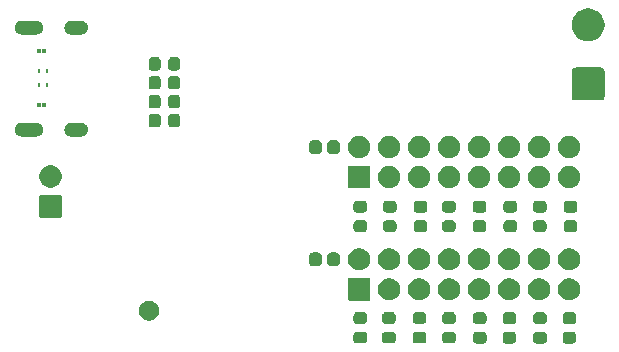
<source format=gbs>
%TF.GenerationSoftware,KiCad,Pcbnew,9.0.6*%
%TF.CreationDate,2026-01-08T22:49:20+05:30*%
%TF.ProjectId,USB_PD_Trigger,5553425f-5044-45f5-9472-69676765722e,rev?*%
%TF.SameCoordinates,Original*%
%TF.FileFunction,Soldermask,Bot*%
%TF.FilePolarity,Negative*%
%FSLAX46Y46*%
G04 Gerber Fmt 4.6, Leading zero omitted, Abs format (unit mm)*
G04 Created by KiCad (PCBNEW 9.0.6) date 2026-01-08 22:49:20*
%MOMM*%
%LPD*%
G01*
G04 APERTURE LIST*
G04 APERTURE END LIST*
G36*
X165263685Y-121382969D02*
G01*
X165272358Y-121386798D01*
X165279925Y-121387901D01*
X165327223Y-121411023D01*
X165364541Y-121427501D01*
X165367996Y-121430956D01*
X165368920Y-121431408D01*
X165438591Y-121501079D01*
X165439042Y-121502002D01*
X165442499Y-121505459D01*
X165458978Y-121542782D01*
X165482098Y-121590073D01*
X165483200Y-121597639D01*
X165487031Y-121606315D01*
X165495000Y-121675000D01*
X165495000Y-122075000D01*
X165487031Y-122143685D01*
X165483199Y-122152361D01*
X165482098Y-122159925D01*
X165458985Y-122207202D01*
X165442499Y-122244541D01*
X165439041Y-122247998D01*
X165438591Y-122248920D01*
X165368920Y-122318591D01*
X165367998Y-122319041D01*
X165364541Y-122322499D01*
X165327207Y-122338983D01*
X165279926Y-122362098D01*
X165272361Y-122363200D01*
X165263685Y-122367031D01*
X165195000Y-122375000D01*
X164645000Y-122375000D01*
X164576315Y-122367031D01*
X164567638Y-122363200D01*
X164560074Y-122362098D01*
X164512787Y-122338981D01*
X164475459Y-122322499D01*
X164472002Y-122319042D01*
X164471079Y-122318591D01*
X164401408Y-122248920D01*
X164400956Y-122247996D01*
X164397501Y-122244541D01*
X164381025Y-122207228D01*
X164357901Y-122159926D01*
X164356798Y-122152357D01*
X164352969Y-122143685D01*
X164345000Y-122075000D01*
X164345000Y-121675000D01*
X164352969Y-121606315D01*
X164356798Y-121597642D01*
X164357901Y-121590074D01*
X164381028Y-121542766D01*
X164397501Y-121505459D01*
X164400955Y-121502004D01*
X164401408Y-121501079D01*
X164471079Y-121431408D01*
X164472004Y-121430955D01*
X164475459Y-121427501D01*
X164512761Y-121411030D01*
X164560073Y-121387901D01*
X164567642Y-121386798D01*
X164576315Y-121382969D01*
X164645000Y-121375000D01*
X165195000Y-121375000D01*
X165263685Y-121382969D01*
G37*
G36*
X167763685Y-121382969D02*
G01*
X167772358Y-121386798D01*
X167779925Y-121387901D01*
X167827223Y-121411023D01*
X167864541Y-121427501D01*
X167867996Y-121430956D01*
X167868920Y-121431408D01*
X167938591Y-121501079D01*
X167939042Y-121502002D01*
X167942499Y-121505459D01*
X167958978Y-121542782D01*
X167982098Y-121590073D01*
X167983200Y-121597639D01*
X167987031Y-121606315D01*
X167995000Y-121675000D01*
X167995000Y-122075000D01*
X167987031Y-122143685D01*
X167983199Y-122152361D01*
X167982098Y-122159925D01*
X167958985Y-122207202D01*
X167942499Y-122244541D01*
X167939041Y-122247998D01*
X167938591Y-122248920D01*
X167868920Y-122318591D01*
X167867998Y-122319041D01*
X167864541Y-122322499D01*
X167827207Y-122338983D01*
X167779926Y-122362098D01*
X167772361Y-122363200D01*
X167763685Y-122367031D01*
X167695000Y-122375000D01*
X167145000Y-122375000D01*
X167076315Y-122367031D01*
X167067638Y-122363200D01*
X167060074Y-122362098D01*
X167012787Y-122338981D01*
X166975459Y-122322499D01*
X166972002Y-122319042D01*
X166971079Y-122318591D01*
X166901408Y-122248920D01*
X166900956Y-122247996D01*
X166897501Y-122244541D01*
X166881025Y-122207228D01*
X166857901Y-122159926D01*
X166856798Y-122152357D01*
X166852969Y-122143685D01*
X166845000Y-122075000D01*
X166845000Y-121675000D01*
X166852969Y-121606315D01*
X166856798Y-121597642D01*
X166857901Y-121590074D01*
X166881028Y-121542766D01*
X166897501Y-121505459D01*
X166900955Y-121502004D01*
X166901408Y-121501079D01*
X166971079Y-121431408D01*
X166972004Y-121430955D01*
X166975459Y-121427501D01*
X167012761Y-121411030D01*
X167060073Y-121387901D01*
X167067642Y-121386798D01*
X167076315Y-121382969D01*
X167145000Y-121375000D01*
X167695000Y-121375000D01*
X167763685Y-121382969D01*
G37*
G36*
X170363685Y-121382969D02*
G01*
X170372358Y-121386798D01*
X170379925Y-121387901D01*
X170427223Y-121411023D01*
X170464541Y-121427501D01*
X170467996Y-121430956D01*
X170468920Y-121431408D01*
X170538591Y-121501079D01*
X170539042Y-121502002D01*
X170542499Y-121505459D01*
X170558978Y-121542782D01*
X170582098Y-121590073D01*
X170583200Y-121597639D01*
X170587031Y-121606315D01*
X170595000Y-121675000D01*
X170595000Y-122075000D01*
X170587031Y-122143685D01*
X170583199Y-122152361D01*
X170582098Y-122159925D01*
X170558985Y-122207202D01*
X170542499Y-122244541D01*
X170539041Y-122247998D01*
X170538591Y-122248920D01*
X170468920Y-122318591D01*
X170467998Y-122319041D01*
X170464541Y-122322499D01*
X170427207Y-122338983D01*
X170379926Y-122362098D01*
X170372361Y-122363200D01*
X170363685Y-122367031D01*
X170295000Y-122375000D01*
X169745000Y-122375000D01*
X169676315Y-122367031D01*
X169667638Y-122363200D01*
X169660074Y-122362098D01*
X169612787Y-122338981D01*
X169575459Y-122322499D01*
X169572002Y-122319042D01*
X169571079Y-122318591D01*
X169501408Y-122248920D01*
X169500956Y-122247996D01*
X169497501Y-122244541D01*
X169481025Y-122207228D01*
X169457901Y-122159926D01*
X169456798Y-122152357D01*
X169452969Y-122143685D01*
X169445000Y-122075000D01*
X169445000Y-121675000D01*
X169452969Y-121606315D01*
X169456798Y-121597642D01*
X169457901Y-121590074D01*
X169481028Y-121542766D01*
X169497501Y-121505459D01*
X169500955Y-121502004D01*
X169501408Y-121501079D01*
X169571079Y-121431408D01*
X169572004Y-121430955D01*
X169575459Y-121427501D01*
X169612761Y-121411030D01*
X169660073Y-121387901D01*
X169667642Y-121386798D01*
X169676315Y-121382969D01*
X169745000Y-121375000D01*
X170295000Y-121375000D01*
X170363685Y-121382969D01*
G37*
G36*
X172843685Y-121382969D02*
G01*
X172852358Y-121386798D01*
X172859925Y-121387901D01*
X172907223Y-121411023D01*
X172944541Y-121427501D01*
X172947996Y-121430956D01*
X172948920Y-121431408D01*
X173018591Y-121501079D01*
X173019042Y-121502002D01*
X173022499Y-121505459D01*
X173038978Y-121542782D01*
X173062098Y-121590073D01*
X173063200Y-121597639D01*
X173067031Y-121606315D01*
X173075000Y-121675000D01*
X173075000Y-122075000D01*
X173067031Y-122143685D01*
X173063199Y-122152361D01*
X173062098Y-122159925D01*
X173038985Y-122207202D01*
X173022499Y-122244541D01*
X173019041Y-122247998D01*
X173018591Y-122248920D01*
X172948920Y-122318591D01*
X172947998Y-122319041D01*
X172944541Y-122322499D01*
X172907207Y-122338983D01*
X172859926Y-122362098D01*
X172852361Y-122363200D01*
X172843685Y-122367031D01*
X172775000Y-122375000D01*
X172225000Y-122375000D01*
X172156315Y-122367031D01*
X172147638Y-122363200D01*
X172140074Y-122362098D01*
X172092787Y-122338981D01*
X172055459Y-122322499D01*
X172052002Y-122319042D01*
X172051079Y-122318591D01*
X171981408Y-122248920D01*
X171980956Y-122247996D01*
X171977501Y-122244541D01*
X171961025Y-122207228D01*
X171937901Y-122159926D01*
X171936798Y-122152357D01*
X171932969Y-122143685D01*
X171925000Y-122075000D01*
X171925000Y-121675000D01*
X171932969Y-121606315D01*
X171936798Y-121597642D01*
X171937901Y-121590074D01*
X171961028Y-121542766D01*
X171977501Y-121505459D01*
X171980955Y-121502004D01*
X171981408Y-121501079D01*
X172051079Y-121431408D01*
X172052004Y-121430955D01*
X172055459Y-121427501D01*
X172092761Y-121411030D01*
X172140073Y-121387901D01*
X172147642Y-121386798D01*
X172156315Y-121382969D01*
X172225000Y-121375000D01*
X172775000Y-121375000D01*
X172843685Y-121382969D01*
G37*
G36*
X155143685Y-121357969D02*
G01*
X155152358Y-121361798D01*
X155159925Y-121362901D01*
X155207223Y-121386023D01*
X155244541Y-121402501D01*
X155247996Y-121405956D01*
X155248920Y-121406408D01*
X155318591Y-121476079D01*
X155319042Y-121477002D01*
X155322499Y-121480459D01*
X155338978Y-121517782D01*
X155362098Y-121565073D01*
X155363200Y-121572639D01*
X155367031Y-121581315D01*
X155375000Y-121650000D01*
X155375000Y-122050000D01*
X155367031Y-122118685D01*
X155363199Y-122127361D01*
X155362098Y-122134925D01*
X155338985Y-122182202D01*
X155322499Y-122219541D01*
X155319041Y-122222998D01*
X155318591Y-122223920D01*
X155248920Y-122293591D01*
X155247998Y-122294041D01*
X155244541Y-122297499D01*
X155207207Y-122313983D01*
X155159926Y-122337098D01*
X155152361Y-122338200D01*
X155143685Y-122342031D01*
X155075000Y-122350000D01*
X154525000Y-122350000D01*
X154456315Y-122342031D01*
X154447638Y-122338200D01*
X154440074Y-122337098D01*
X154392787Y-122313981D01*
X154355459Y-122297499D01*
X154352002Y-122294042D01*
X154351079Y-122293591D01*
X154281408Y-122223920D01*
X154280956Y-122222996D01*
X154277501Y-122219541D01*
X154261025Y-122182228D01*
X154237901Y-122134926D01*
X154236798Y-122127357D01*
X154232969Y-122118685D01*
X154225000Y-122050000D01*
X154225000Y-121650000D01*
X154232969Y-121581315D01*
X154236798Y-121572642D01*
X154237901Y-121565074D01*
X154261028Y-121517766D01*
X154277501Y-121480459D01*
X154280955Y-121477004D01*
X154281408Y-121476079D01*
X154351079Y-121406408D01*
X154352004Y-121405955D01*
X154355459Y-121402501D01*
X154392761Y-121386030D01*
X154440073Y-121362901D01*
X154447642Y-121361798D01*
X154456315Y-121357969D01*
X154525000Y-121350000D01*
X155075000Y-121350000D01*
X155143685Y-121357969D01*
G37*
G36*
X157563685Y-121357969D02*
G01*
X157572358Y-121361798D01*
X157579925Y-121362901D01*
X157627223Y-121386023D01*
X157664541Y-121402501D01*
X157667996Y-121405956D01*
X157668920Y-121406408D01*
X157738591Y-121476079D01*
X157739042Y-121477002D01*
X157742499Y-121480459D01*
X157758978Y-121517782D01*
X157782098Y-121565073D01*
X157783200Y-121572639D01*
X157787031Y-121581315D01*
X157795000Y-121650000D01*
X157795000Y-122050000D01*
X157787031Y-122118685D01*
X157783199Y-122127361D01*
X157782098Y-122134925D01*
X157758985Y-122182202D01*
X157742499Y-122219541D01*
X157739041Y-122222998D01*
X157738591Y-122223920D01*
X157668920Y-122293591D01*
X157667998Y-122294041D01*
X157664541Y-122297499D01*
X157627207Y-122313983D01*
X157579926Y-122337098D01*
X157572361Y-122338200D01*
X157563685Y-122342031D01*
X157495000Y-122350000D01*
X156945000Y-122350000D01*
X156876315Y-122342031D01*
X156867638Y-122338200D01*
X156860074Y-122337098D01*
X156812787Y-122313981D01*
X156775459Y-122297499D01*
X156772002Y-122294042D01*
X156771079Y-122293591D01*
X156701408Y-122223920D01*
X156700956Y-122222996D01*
X156697501Y-122219541D01*
X156681025Y-122182228D01*
X156657901Y-122134926D01*
X156656798Y-122127357D01*
X156652969Y-122118685D01*
X156645000Y-122050000D01*
X156645000Y-121650000D01*
X156652969Y-121581315D01*
X156656798Y-121572642D01*
X156657901Y-121565074D01*
X156681028Y-121517766D01*
X156697501Y-121480459D01*
X156700955Y-121477004D01*
X156701408Y-121476079D01*
X156771079Y-121406408D01*
X156772004Y-121405955D01*
X156775459Y-121402501D01*
X156812761Y-121386030D01*
X156860073Y-121362901D01*
X156867642Y-121361798D01*
X156876315Y-121357969D01*
X156945000Y-121350000D01*
X157495000Y-121350000D01*
X157563685Y-121357969D01*
G37*
G36*
X160163685Y-121357969D02*
G01*
X160172358Y-121361798D01*
X160179925Y-121362901D01*
X160227223Y-121386023D01*
X160264541Y-121402501D01*
X160267996Y-121405956D01*
X160268920Y-121406408D01*
X160338591Y-121476079D01*
X160339042Y-121477002D01*
X160342499Y-121480459D01*
X160358978Y-121517782D01*
X160382098Y-121565073D01*
X160383200Y-121572639D01*
X160387031Y-121581315D01*
X160395000Y-121650000D01*
X160395000Y-122050000D01*
X160387031Y-122118685D01*
X160383199Y-122127361D01*
X160382098Y-122134925D01*
X160358985Y-122182202D01*
X160342499Y-122219541D01*
X160339041Y-122222998D01*
X160338591Y-122223920D01*
X160268920Y-122293591D01*
X160267998Y-122294041D01*
X160264541Y-122297499D01*
X160227207Y-122313983D01*
X160179926Y-122337098D01*
X160172361Y-122338200D01*
X160163685Y-122342031D01*
X160095000Y-122350000D01*
X159545000Y-122350000D01*
X159476315Y-122342031D01*
X159467638Y-122338200D01*
X159460074Y-122337098D01*
X159412787Y-122313981D01*
X159375459Y-122297499D01*
X159372002Y-122294042D01*
X159371079Y-122293591D01*
X159301408Y-122223920D01*
X159300956Y-122222996D01*
X159297501Y-122219541D01*
X159281025Y-122182228D01*
X159257901Y-122134926D01*
X159256798Y-122127357D01*
X159252969Y-122118685D01*
X159245000Y-122050000D01*
X159245000Y-121650000D01*
X159252969Y-121581315D01*
X159256798Y-121572642D01*
X159257901Y-121565074D01*
X159281028Y-121517766D01*
X159297501Y-121480459D01*
X159300955Y-121477004D01*
X159301408Y-121476079D01*
X159371079Y-121406408D01*
X159372004Y-121405955D01*
X159375459Y-121402501D01*
X159412761Y-121386030D01*
X159460073Y-121362901D01*
X159467642Y-121361798D01*
X159476315Y-121357969D01*
X159545000Y-121350000D01*
X160095000Y-121350000D01*
X160163685Y-121357969D01*
G37*
G36*
X162663685Y-121357969D02*
G01*
X162672358Y-121361798D01*
X162679925Y-121362901D01*
X162727223Y-121386023D01*
X162764541Y-121402501D01*
X162767996Y-121405956D01*
X162768920Y-121406408D01*
X162838591Y-121476079D01*
X162839042Y-121477002D01*
X162842499Y-121480459D01*
X162858978Y-121517782D01*
X162882098Y-121565073D01*
X162883200Y-121572639D01*
X162887031Y-121581315D01*
X162895000Y-121650000D01*
X162895000Y-122050000D01*
X162887031Y-122118685D01*
X162883199Y-122127361D01*
X162882098Y-122134925D01*
X162858985Y-122182202D01*
X162842499Y-122219541D01*
X162839041Y-122222998D01*
X162838591Y-122223920D01*
X162768920Y-122293591D01*
X162767998Y-122294041D01*
X162764541Y-122297499D01*
X162727207Y-122313983D01*
X162679926Y-122337098D01*
X162672361Y-122338200D01*
X162663685Y-122342031D01*
X162595000Y-122350000D01*
X162045000Y-122350000D01*
X161976315Y-122342031D01*
X161967638Y-122338200D01*
X161960074Y-122337098D01*
X161912787Y-122313981D01*
X161875459Y-122297499D01*
X161872002Y-122294042D01*
X161871079Y-122293591D01*
X161801408Y-122223920D01*
X161800956Y-122222996D01*
X161797501Y-122219541D01*
X161781025Y-122182228D01*
X161757901Y-122134926D01*
X161756798Y-122127357D01*
X161752969Y-122118685D01*
X161745000Y-122050000D01*
X161745000Y-121650000D01*
X161752969Y-121581315D01*
X161756798Y-121572642D01*
X161757901Y-121565074D01*
X161781028Y-121517766D01*
X161797501Y-121480459D01*
X161800955Y-121477004D01*
X161801408Y-121476079D01*
X161871079Y-121406408D01*
X161872004Y-121405955D01*
X161875459Y-121402501D01*
X161912761Y-121386030D01*
X161960073Y-121362901D01*
X161967642Y-121361798D01*
X161976315Y-121357969D01*
X162045000Y-121350000D01*
X162595000Y-121350000D01*
X162663685Y-121357969D01*
G37*
G36*
X165263685Y-119732969D02*
G01*
X165272358Y-119736798D01*
X165279925Y-119737901D01*
X165327223Y-119761023D01*
X165364541Y-119777501D01*
X165367996Y-119780956D01*
X165368920Y-119781408D01*
X165438591Y-119851079D01*
X165439042Y-119852002D01*
X165442499Y-119855459D01*
X165458978Y-119892782D01*
X165482098Y-119940073D01*
X165483200Y-119947639D01*
X165487031Y-119956315D01*
X165495000Y-120025000D01*
X165495000Y-120425000D01*
X165487031Y-120493685D01*
X165483199Y-120502361D01*
X165482098Y-120509925D01*
X165458985Y-120557202D01*
X165442499Y-120594541D01*
X165439041Y-120597998D01*
X165438591Y-120598920D01*
X165368920Y-120668591D01*
X165367998Y-120669041D01*
X165364541Y-120672499D01*
X165327207Y-120688983D01*
X165279926Y-120712098D01*
X165272361Y-120713200D01*
X165263685Y-120717031D01*
X165195000Y-120725000D01*
X164645000Y-120725000D01*
X164576315Y-120717031D01*
X164567638Y-120713200D01*
X164560074Y-120712098D01*
X164512787Y-120688981D01*
X164475459Y-120672499D01*
X164472002Y-120669042D01*
X164471079Y-120668591D01*
X164401408Y-120598920D01*
X164400956Y-120597996D01*
X164397501Y-120594541D01*
X164381025Y-120557228D01*
X164357901Y-120509926D01*
X164356798Y-120502357D01*
X164352969Y-120493685D01*
X164345000Y-120425000D01*
X164345000Y-120025000D01*
X164352969Y-119956315D01*
X164356798Y-119947642D01*
X164357901Y-119940074D01*
X164381028Y-119892766D01*
X164397501Y-119855459D01*
X164400955Y-119852004D01*
X164401408Y-119851079D01*
X164471079Y-119781408D01*
X164472004Y-119780955D01*
X164475459Y-119777501D01*
X164512761Y-119761030D01*
X164560073Y-119737901D01*
X164567642Y-119736798D01*
X164576315Y-119732969D01*
X164645000Y-119725000D01*
X165195000Y-119725000D01*
X165263685Y-119732969D01*
G37*
G36*
X167763685Y-119732969D02*
G01*
X167772358Y-119736798D01*
X167779925Y-119737901D01*
X167827223Y-119761023D01*
X167864541Y-119777501D01*
X167867996Y-119780956D01*
X167868920Y-119781408D01*
X167938591Y-119851079D01*
X167939042Y-119852002D01*
X167942499Y-119855459D01*
X167958978Y-119892782D01*
X167982098Y-119940073D01*
X167983200Y-119947639D01*
X167987031Y-119956315D01*
X167995000Y-120025000D01*
X167995000Y-120425000D01*
X167987031Y-120493685D01*
X167983199Y-120502361D01*
X167982098Y-120509925D01*
X167958985Y-120557202D01*
X167942499Y-120594541D01*
X167939041Y-120597998D01*
X167938591Y-120598920D01*
X167868920Y-120668591D01*
X167867998Y-120669041D01*
X167864541Y-120672499D01*
X167827207Y-120688983D01*
X167779926Y-120712098D01*
X167772361Y-120713200D01*
X167763685Y-120717031D01*
X167695000Y-120725000D01*
X167145000Y-120725000D01*
X167076315Y-120717031D01*
X167067638Y-120713200D01*
X167060074Y-120712098D01*
X167012787Y-120688981D01*
X166975459Y-120672499D01*
X166972002Y-120669042D01*
X166971079Y-120668591D01*
X166901408Y-120598920D01*
X166900956Y-120597996D01*
X166897501Y-120594541D01*
X166881025Y-120557228D01*
X166857901Y-120509926D01*
X166856798Y-120502357D01*
X166852969Y-120493685D01*
X166845000Y-120425000D01*
X166845000Y-120025000D01*
X166852969Y-119956315D01*
X166856798Y-119947642D01*
X166857901Y-119940074D01*
X166881028Y-119892766D01*
X166897501Y-119855459D01*
X166900955Y-119852004D01*
X166901408Y-119851079D01*
X166971079Y-119781408D01*
X166972004Y-119780955D01*
X166975459Y-119777501D01*
X167012761Y-119761030D01*
X167060073Y-119737901D01*
X167067642Y-119736798D01*
X167076315Y-119732969D01*
X167145000Y-119725000D01*
X167695000Y-119725000D01*
X167763685Y-119732969D01*
G37*
G36*
X170363685Y-119732969D02*
G01*
X170372358Y-119736798D01*
X170379925Y-119737901D01*
X170427223Y-119761023D01*
X170464541Y-119777501D01*
X170467996Y-119780956D01*
X170468920Y-119781408D01*
X170538591Y-119851079D01*
X170539042Y-119852002D01*
X170542499Y-119855459D01*
X170558978Y-119892782D01*
X170582098Y-119940073D01*
X170583200Y-119947639D01*
X170587031Y-119956315D01*
X170595000Y-120025000D01*
X170595000Y-120425000D01*
X170587031Y-120493685D01*
X170583199Y-120502361D01*
X170582098Y-120509925D01*
X170558985Y-120557202D01*
X170542499Y-120594541D01*
X170539041Y-120597998D01*
X170538591Y-120598920D01*
X170468920Y-120668591D01*
X170467998Y-120669041D01*
X170464541Y-120672499D01*
X170427207Y-120688983D01*
X170379926Y-120712098D01*
X170372361Y-120713200D01*
X170363685Y-120717031D01*
X170295000Y-120725000D01*
X169745000Y-120725000D01*
X169676315Y-120717031D01*
X169667638Y-120713200D01*
X169660074Y-120712098D01*
X169612787Y-120688981D01*
X169575459Y-120672499D01*
X169572002Y-120669042D01*
X169571079Y-120668591D01*
X169501408Y-120598920D01*
X169500956Y-120597996D01*
X169497501Y-120594541D01*
X169481025Y-120557228D01*
X169457901Y-120509926D01*
X169456798Y-120502357D01*
X169452969Y-120493685D01*
X169445000Y-120425000D01*
X169445000Y-120025000D01*
X169452969Y-119956315D01*
X169456798Y-119947642D01*
X169457901Y-119940074D01*
X169481028Y-119892766D01*
X169497501Y-119855459D01*
X169500955Y-119852004D01*
X169501408Y-119851079D01*
X169571079Y-119781408D01*
X169572004Y-119780955D01*
X169575459Y-119777501D01*
X169612761Y-119761030D01*
X169660073Y-119737901D01*
X169667642Y-119736798D01*
X169676315Y-119732969D01*
X169745000Y-119725000D01*
X170295000Y-119725000D01*
X170363685Y-119732969D01*
G37*
G36*
X172843685Y-119732969D02*
G01*
X172852358Y-119736798D01*
X172859925Y-119737901D01*
X172907223Y-119761023D01*
X172944541Y-119777501D01*
X172947996Y-119780956D01*
X172948920Y-119781408D01*
X173018591Y-119851079D01*
X173019042Y-119852002D01*
X173022499Y-119855459D01*
X173038978Y-119892782D01*
X173062098Y-119940073D01*
X173063200Y-119947639D01*
X173067031Y-119956315D01*
X173075000Y-120025000D01*
X173075000Y-120425000D01*
X173067031Y-120493685D01*
X173063199Y-120502361D01*
X173062098Y-120509925D01*
X173038985Y-120557202D01*
X173022499Y-120594541D01*
X173019041Y-120597998D01*
X173018591Y-120598920D01*
X172948920Y-120668591D01*
X172947998Y-120669041D01*
X172944541Y-120672499D01*
X172907207Y-120688983D01*
X172859926Y-120712098D01*
X172852361Y-120713200D01*
X172843685Y-120717031D01*
X172775000Y-120725000D01*
X172225000Y-120725000D01*
X172156315Y-120717031D01*
X172147638Y-120713200D01*
X172140074Y-120712098D01*
X172092787Y-120688981D01*
X172055459Y-120672499D01*
X172052002Y-120669042D01*
X172051079Y-120668591D01*
X171981408Y-120598920D01*
X171980956Y-120597996D01*
X171977501Y-120594541D01*
X171961025Y-120557228D01*
X171937901Y-120509926D01*
X171936798Y-120502357D01*
X171932969Y-120493685D01*
X171925000Y-120425000D01*
X171925000Y-120025000D01*
X171932969Y-119956315D01*
X171936798Y-119947642D01*
X171937901Y-119940074D01*
X171961028Y-119892766D01*
X171977501Y-119855459D01*
X171980955Y-119852004D01*
X171981408Y-119851079D01*
X172051079Y-119781408D01*
X172052004Y-119780955D01*
X172055459Y-119777501D01*
X172092761Y-119761030D01*
X172140073Y-119737901D01*
X172147642Y-119736798D01*
X172156315Y-119732969D01*
X172225000Y-119725000D01*
X172775000Y-119725000D01*
X172843685Y-119732969D01*
G37*
G36*
X155143685Y-119707969D02*
G01*
X155152358Y-119711798D01*
X155159925Y-119712901D01*
X155207223Y-119736023D01*
X155244541Y-119752501D01*
X155247996Y-119755956D01*
X155248920Y-119756408D01*
X155318591Y-119826079D01*
X155319042Y-119827002D01*
X155322499Y-119830459D01*
X155338978Y-119867782D01*
X155362098Y-119915073D01*
X155363200Y-119922639D01*
X155367031Y-119931315D01*
X155375000Y-120000000D01*
X155375000Y-120400000D01*
X155367031Y-120468685D01*
X155363199Y-120477361D01*
X155362098Y-120484925D01*
X155338985Y-120532202D01*
X155322499Y-120569541D01*
X155319041Y-120572998D01*
X155318591Y-120573920D01*
X155248920Y-120643591D01*
X155247998Y-120644041D01*
X155244541Y-120647499D01*
X155207207Y-120663983D01*
X155159926Y-120687098D01*
X155152361Y-120688200D01*
X155143685Y-120692031D01*
X155075000Y-120700000D01*
X154525000Y-120700000D01*
X154456315Y-120692031D01*
X154447638Y-120688200D01*
X154440074Y-120687098D01*
X154392787Y-120663981D01*
X154355459Y-120647499D01*
X154352002Y-120644042D01*
X154351079Y-120643591D01*
X154281408Y-120573920D01*
X154280956Y-120572996D01*
X154277501Y-120569541D01*
X154261025Y-120532228D01*
X154237901Y-120484926D01*
X154236798Y-120477357D01*
X154232969Y-120468685D01*
X154225000Y-120400000D01*
X154225000Y-120000000D01*
X154232969Y-119931315D01*
X154236798Y-119922642D01*
X154237901Y-119915074D01*
X154261028Y-119867766D01*
X154277501Y-119830459D01*
X154280955Y-119827004D01*
X154281408Y-119826079D01*
X154351079Y-119756408D01*
X154352004Y-119755955D01*
X154355459Y-119752501D01*
X154392761Y-119736030D01*
X154440073Y-119712901D01*
X154447642Y-119711798D01*
X154456315Y-119707969D01*
X154525000Y-119700000D01*
X155075000Y-119700000D01*
X155143685Y-119707969D01*
G37*
G36*
X157563685Y-119707969D02*
G01*
X157572358Y-119711798D01*
X157579925Y-119712901D01*
X157627223Y-119736023D01*
X157664541Y-119752501D01*
X157667996Y-119755956D01*
X157668920Y-119756408D01*
X157738591Y-119826079D01*
X157739042Y-119827002D01*
X157742499Y-119830459D01*
X157758978Y-119867782D01*
X157782098Y-119915073D01*
X157783200Y-119922639D01*
X157787031Y-119931315D01*
X157795000Y-120000000D01*
X157795000Y-120400000D01*
X157787031Y-120468685D01*
X157783199Y-120477361D01*
X157782098Y-120484925D01*
X157758985Y-120532202D01*
X157742499Y-120569541D01*
X157739041Y-120572998D01*
X157738591Y-120573920D01*
X157668920Y-120643591D01*
X157667998Y-120644041D01*
X157664541Y-120647499D01*
X157627207Y-120663983D01*
X157579926Y-120687098D01*
X157572361Y-120688200D01*
X157563685Y-120692031D01*
X157495000Y-120700000D01*
X156945000Y-120700000D01*
X156876315Y-120692031D01*
X156867638Y-120688200D01*
X156860074Y-120687098D01*
X156812787Y-120663981D01*
X156775459Y-120647499D01*
X156772002Y-120644042D01*
X156771079Y-120643591D01*
X156701408Y-120573920D01*
X156700956Y-120572996D01*
X156697501Y-120569541D01*
X156681025Y-120532228D01*
X156657901Y-120484926D01*
X156656798Y-120477357D01*
X156652969Y-120468685D01*
X156645000Y-120400000D01*
X156645000Y-120000000D01*
X156652969Y-119931315D01*
X156656798Y-119922642D01*
X156657901Y-119915074D01*
X156681028Y-119867766D01*
X156697501Y-119830459D01*
X156700955Y-119827004D01*
X156701408Y-119826079D01*
X156771079Y-119756408D01*
X156772004Y-119755955D01*
X156775459Y-119752501D01*
X156812761Y-119736030D01*
X156860073Y-119712901D01*
X156867642Y-119711798D01*
X156876315Y-119707969D01*
X156945000Y-119700000D01*
X157495000Y-119700000D01*
X157563685Y-119707969D01*
G37*
G36*
X160163685Y-119707969D02*
G01*
X160172358Y-119711798D01*
X160179925Y-119712901D01*
X160227223Y-119736023D01*
X160264541Y-119752501D01*
X160267996Y-119755956D01*
X160268920Y-119756408D01*
X160338591Y-119826079D01*
X160339042Y-119827002D01*
X160342499Y-119830459D01*
X160358978Y-119867782D01*
X160382098Y-119915073D01*
X160383200Y-119922639D01*
X160387031Y-119931315D01*
X160395000Y-120000000D01*
X160395000Y-120400000D01*
X160387031Y-120468685D01*
X160383199Y-120477361D01*
X160382098Y-120484925D01*
X160358985Y-120532202D01*
X160342499Y-120569541D01*
X160339041Y-120572998D01*
X160338591Y-120573920D01*
X160268920Y-120643591D01*
X160267998Y-120644041D01*
X160264541Y-120647499D01*
X160227207Y-120663983D01*
X160179926Y-120687098D01*
X160172361Y-120688200D01*
X160163685Y-120692031D01*
X160095000Y-120700000D01*
X159545000Y-120700000D01*
X159476315Y-120692031D01*
X159467638Y-120688200D01*
X159460074Y-120687098D01*
X159412787Y-120663981D01*
X159375459Y-120647499D01*
X159372002Y-120644042D01*
X159371079Y-120643591D01*
X159301408Y-120573920D01*
X159300956Y-120572996D01*
X159297501Y-120569541D01*
X159281025Y-120532228D01*
X159257901Y-120484926D01*
X159256798Y-120477357D01*
X159252969Y-120468685D01*
X159245000Y-120400000D01*
X159245000Y-120000000D01*
X159252969Y-119931315D01*
X159256798Y-119922642D01*
X159257901Y-119915074D01*
X159281028Y-119867766D01*
X159297501Y-119830459D01*
X159300955Y-119827004D01*
X159301408Y-119826079D01*
X159371079Y-119756408D01*
X159372004Y-119755955D01*
X159375459Y-119752501D01*
X159412761Y-119736030D01*
X159460073Y-119712901D01*
X159467642Y-119711798D01*
X159476315Y-119707969D01*
X159545000Y-119700000D01*
X160095000Y-119700000D01*
X160163685Y-119707969D01*
G37*
G36*
X162663685Y-119707969D02*
G01*
X162672358Y-119711798D01*
X162679925Y-119712901D01*
X162727223Y-119736023D01*
X162764541Y-119752501D01*
X162767996Y-119755956D01*
X162768920Y-119756408D01*
X162838591Y-119826079D01*
X162839042Y-119827002D01*
X162842499Y-119830459D01*
X162858978Y-119867782D01*
X162882098Y-119915073D01*
X162883200Y-119922639D01*
X162887031Y-119931315D01*
X162895000Y-120000000D01*
X162895000Y-120400000D01*
X162887031Y-120468685D01*
X162883199Y-120477361D01*
X162882098Y-120484925D01*
X162858985Y-120532202D01*
X162842499Y-120569541D01*
X162839041Y-120572998D01*
X162838591Y-120573920D01*
X162768920Y-120643591D01*
X162767998Y-120644041D01*
X162764541Y-120647499D01*
X162727207Y-120663983D01*
X162679926Y-120687098D01*
X162672361Y-120688200D01*
X162663685Y-120692031D01*
X162595000Y-120700000D01*
X162045000Y-120700000D01*
X161976315Y-120692031D01*
X161967638Y-120688200D01*
X161960074Y-120687098D01*
X161912787Y-120663981D01*
X161875459Y-120647499D01*
X161872002Y-120644042D01*
X161871079Y-120643591D01*
X161801408Y-120573920D01*
X161800956Y-120572996D01*
X161797501Y-120569541D01*
X161781025Y-120532228D01*
X161757901Y-120484926D01*
X161756798Y-120477357D01*
X161752969Y-120468685D01*
X161745000Y-120400000D01*
X161745000Y-120000000D01*
X161752969Y-119931315D01*
X161756798Y-119922642D01*
X161757901Y-119915074D01*
X161781028Y-119867766D01*
X161797501Y-119830459D01*
X161800955Y-119827004D01*
X161801408Y-119826079D01*
X161871079Y-119756408D01*
X161872004Y-119755955D01*
X161875459Y-119752501D01*
X161912761Y-119736030D01*
X161960073Y-119712901D01*
X161967642Y-119711798D01*
X161976315Y-119707969D01*
X162045000Y-119700000D01*
X162595000Y-119700000D01*
X162663685Y-119707969D01*
G37*
G36*
X137166742Y-118771601D02*
G01*
X137320687Y-118835367D01*
X137459234Y-118927941D01*
X137577059Y-119045766D01*
X137669633Y-119184313D01*
X137733399Y-119338258D01*
X137765907Y-119501685D01*
X137765907Y-119668315D01*
X137733399Y-119831742D01*
X137669633Y-119985687D01*
X137577059Y-120124234D01*
X137459234Y-120242059D01*
X137320687Y-120334633D01*
X137166742Y-120398399D01*
X137003315Y-120430907D01*
X136836685Y-120430907D01*
X136673258Y-120398399D01*
X136519313Y-120334633D01*
X136380766Y-120242059D01*
X136262941Y-120124234D01*
X136170367Y-119985687D01*
X136106601Y-119831742D01*
X136074093Y-119668315D01*
X136074093Y-119501685D01*
X136106601Y-119338258D01*
X136170367Y-119184313D01*
X136262941Y-119045766D01*
X136380766Y-118927941D01*
X136519313Y-118835367D01*
X136673258Y-118771601D01*
X136836685Y-118739093D01*
X137003315Y-118739093D01*
X137166742Y-118771601D01*
G37*
G36*
X155598268Y-116832612D02*
G01*
X155630711Y-116854289D01*
X155652388Y-116886732D01*
X155660000Y-116925000D01*
X155660000Y-118625000D01*
X155652388Y-118663268D01*
X155630711Y-118695711D01*
X155598268Y-118717388D01*
X155560000Y-118725000D01*
X153860000Y-118725000D01*
X153821732Y-118717388D01*
X153789289Y-118695711D01*
X153767612Y-118663268D01*
X153760000Y-118625000D01*
X153760000Y-116925000D01*
X153767612Y-116886732D01*
X153789289Y-116854289D01*
X153821732Y-116832612D01*
X153860000Y-116825000D01*
X155560000Y-116825000D01*
X155598268Y-116832612D01*
G37*
G36*
X157525770Y-116865907D02*
G01*
X157697827Y-116937175D01*
X157852674Y-117040640D01*
X157984360Y-117172326D01*
X158087825Y-117327173D01*
X158159093Y-117499230D01*
X158195425Y-117681884D01*
X158195425Y-117868116D01*
X158159093Y-118050770D01*
X158087825Y-118222827D01*
X157984360Y-118377674D01*
X157852674Y-118509360D01*
X157697827Y-118612825D01*
X157525770Y-118684093D01*
X157343116Y-118720425D01*
X157156884Y-118720425D01*
X156974230Y-118684093D01*
X156802173Y-118612825D01*
X156647326Y-118509360D01*
X156515640Y-118377674D01*
X156412175Y-118222827D01*
X156340907Y-118050770D01*
X156304575Y-117868116D01*
X156304575Y-117681884D01*
X156340907Y-117499230D01*
X156412175Y-117327173D01*
X156515640Y-117172326D01*
X156647326Y-117040640D01*
X156802173Y-116937175D01*
X156974230Y-116865907D01*
X157156884Y-116829575D01*
X157343116Y-116829575D01*
X157525770Y-116865907D01*
G37*
G36*
X160065770Y-116865907D02*
G01*
X160237827Y-116937175D01*
X160392674Y-117040640D01*
X160524360Y-117172326D01*
X160627825Y-117327173D01*
X160699093Y-117499230D01*
X160735425Y-117681884D01*
X160735425Y-117868116D01*
X160699093Y-118050770D01*
X160627825Y-118222827D01*
X160524360Y-118377674D01*
X160392674Y-118509360D01*
X160237827Y-118612825D01*
X160065770Y-118684093D01*
X159883116Y-118720425D01*
X159696884Y-118720425D01*
X159514230Y-118684093D01*
X159342173Y-118612825D01*
X159187326Y-118509360D01*
X159055640Y-118377674D01*
X158952175Y-118222827D01*
X158880907Y-118050770D01*
X158844575Y-117868116D01*
X158844575Y-117681884D01*
X158880907Y-117499230D01*
X158952175Y-117327173D01*
X159055640Y-117172326D01*
X159187326Y-117040640D01*
X159342173Y-116937175D01*
X159514230Y-116865907D01*
X159696884Y-116829575D01*
X159883116Y-116829575D01*
X160065770Y-116865907D01*
G37*
G36*
X162605770Y-116865907D02*
G01*
X162777827Y-116937175D01*
X162932674Y-117040640D01*
X163064360Y-117172326D01*
X163167825Y-117327173D01*
X163239093Y-117499230D01*
X163275425Y-117681884D01*
X163275425Y-117868116D01*
X163239093Y-118050770D01*
X163167825Y-118222827D01*
X163064360Y-118377674D01*
X162932674Y-118509360D01*
X162777827Y-118612825D01*
X162605770Y-118684093D01*
X162423116Y-118720425D01*
X162236884Y-118720425D01*
X162054230Y-118684093D01*
X161882173Y-118612825D01*
X161727326Y-118509360D01*
X161595640Y-118377674D01*
X161492175Y-118222827D01*
X161420907Y-118050770D01*
X161384575Y-117868116D01*
X161384575Y-117681884D01*
X161420907Y-117499230D01*
X161492175Y-117327173D01*
X161595640Y-117172326D01*
X161727326Y-117040640D01*
X161882173Y-116937175D01*
X162054230Y-116865907D01*
X162236884Y-116829575D01*
X162423116Y-116829575D01*
X162605770Y-116865907D01*
G37*
G36*
X165145770Y-116865907D02*
G01*
X165317827Y-116937175D01*
X165472674Y-117040640D01*
X165604360Y-117172326D01*
X165707825Y-117327173D01*
X165779093Y-117499230D01*
X165815425Y-117681884D01*
X165815425Y-117868116D01*
X165779093Y-118050770D01*
X165707825Y-118222827D01*
X165604360Y-118377674D01*
X165472674Y-118509360D01*
X165317827Y-118612825D01*
X165145770Y-118684093D01*
X164963116Y-118720425D01*
X164776884Y-118720425D01*
X164594230Y-118684093D01*
X164422173Y-118612825D01*
X164267326Y-118509360D01*
X164135640Y-118377674D01*
X164032175Y-118222827D01*
X163960907Y-118050770D01*
X163924575Y-117868116D01*
X163924575Y-117681884D01*
X163960907Y-117499230D01*
X164032175Y-117327173D01*
X164135640Y-117172326D01*
X164267326Y-117040640D01*
X164422173Y-116937175D01*
X164594230Y-116865907D01*
X164776884Y-116829575D01*
X164963116Y-116829575D01*
X165145770Y-116865907D01*
G37*
G36*
X167685770Y-116865907D02*
G01*
X167857827Y-116937175D01*
X168012674Y-117040640D01*
X168144360Y-117172326D01*
X168247825Y-117327173D01*
X168319093Y-117499230D01*
X168355425Y-117681884D01*
X168355425Y-117868116D01*
X168319093Y-118050770D01*
X168247825Y-118222827D01*
X168144360Y-118377674D01*
X168012674Y-118509360D01*
X167857827Y-118612825D01*
X167685770Y-118684093D01*
X167503116Y-118720425D01*
X167316884Y-118720425D01*
X167134230Y-118684093D01*
X166962173Y-118612825D01*
X166807326Y-118509360D01*
X166675640Y-118377674D01*
X166572175Y-118222827D01*
X166500907Y-118050770D01*
X166464575Y-117868116D01*
X166464575Y-117681884D01*
X166500907Y-117499230D01*
X166572175Y-117327173D01*
X166675640Y-117172326D01*
X166807326Y-117040640D01*
X166962173Y-116937175D01*
X167134230Y-116865907D01*
X167316884Y-116829575D01*
X167503116Y-116829575D01*
X167685770Y-116865907D01*
G37*
G36*
X170225770Y-116865907D02*
G01*
X170397827Y-116937175D01*
X170552674Y-117040640D01*
X170684360Y-117172326D01*
X170787825Y-117327173D01*
X170859093Y-117499230D01*
X170895425Y-117681884D01*
X170895425Y-117868116D01*
X170859093Y-118050770D01*
X170787825Y-118222827D01*
X170684360Y-118377674D01*
X170552674Y-118509360D01*
X170397827Y-118612825D01*
X170225770Y-118684093D01*
X170043116Y-118720425D01*
X169856884Y-118720425D01*
X169674230Y-118684093D01*
X169502173Y-118612825D01*
X169347326Y-118509360D01*
X169215640Y-118377674D01*
X169112175Y-118222827D01*
X169040907Y-118050770D01*
X169004575Y-117868116D01*
X169004575Y-117681884D01*
X169040907Y-117499230D01*
X169112175Y-117327173D01*
X169215640Y-117172326D01*
X169347326Y-117040640D01*
X169502173Y-116937175D01*
X169674230Y-116865907D01*
X169856884Y-116829575D01*
X170043116Y-116829575D01*
X170225770Y-116865907D01*
G37*
G36*
X172765770Y-116865907D02*
G01*
X172937827Y-116937175D01*
X173092674Y-117040640D01*
X173224360Y-117172326D01*
X173327825Y-117327173D01*
X173399093Y-117499230D01*
X173435425Y-117681884D01*
X173435425Y-117868116D01*
X173399093Y-118050770D01*
X173327825Y-118222827D01*
X173224360Y-118377674D01*
X173092674Y-118509360D01*
X172937827Y-118612825D01*
X172765770Y-118684093D01*
X172583116Y-118720425D01*
X172396884Y-118720425D01*
X172214230Y-118684093D01*
X172042173Y-118612825D01*
X171887326Y-118509360D01*
X171755640Y-118377674D01*
X171652175Y-118222827D01*
X171580907Y-118050770D01*
X171544575Y-117868116D01*
X171544575Y-117681884D01*
X171580907Y-117499230D01*
X171652175Y-117327173D01*
X171755640Y-117172326D01*
X171887326Y-117040640D01*
X172042173Y-116937175D01*
X172214230Y-116865907D01*
X172396884Y-116829575D01*
X172583116Y-116829575D01*
X172765770Y-116865907D01*
G37*
G36*
X154985770Y-114325907D02*
G01*
X155157827Y-114397175D01*
X155312674Y-114500640D01*
X155444360Y-114632326D01*
X155547825Y-114787173D01*
X155619093Y-114959230D01*
X155655425Y-115141884D01*
X155655425Y-115328116D01*
X155619093Y-115510770D01*
X155547825Y-115682827D01*
X155444360Y-115837674D01*
X155312674Y-115969360D01*
X155157827Y-116072825D01*
X154985770Y-116144093D01*
X154803116Y-116180425D01*
X154616884Y-116180425D01*
X154434230Y-116144093D01*
X154262173Y-116072825D01*
X154107326Y-115969360D01*
X153975640Y-115837674D01*
X153872175Y-115682827D01*
X153800907Y-115510770D01*
X153764575Y-115328116D01*
X153764575Y-115141884D01*
X153800907Y-114959230D01*
X153872175Y-114787173D01*
X153975640Y-114632326D01*
X154107326Y-114500640D01*
X154262173Y-114397175D01*
X154434230Y-114325907D01*
X154616884Y-114289575D01*
X154803116Y-114289575D01*
X154985770Y-114325907D01*
G37*
G36*
X157525770Y-114325907D02*
G01*
X157697827Y-114397175D01*
X157852674Y-114500640D01*
X157984360Y-114632326D01*
X158087825Y-114787173D01*
X158159093Y-114959230D01*
X158195425Y-115141884D01*
X158195425Y-115328116D01*
X158159093Y-115510770D01*
X158087825Y-115682827D01*
X157984360Y-115837674D01*
X157852674Y-115969360D01*
X157697827Y-116072825D01*
X157525770Y-116144093D01*
X157343116Y-116180425D01*
X157156884Y-116180425D01*
X156974230Y-116144093D01*
X156802173Y-116072825D01*
X156647326Y-115969360D01*
X156515640Y-115837674D01*
X156412175Y-115682827D01*
X156340907Y-115510770D01*
X156304575Y-115328116D01*
X156304575Y-115141884D01*
X156340907Y-114959230D01*
X156412175Y-114787173D01*
X156515640Y-114632326D01*
X156647326Y-114500640D01*
X156802173Y-114397175D01*
X156974230Y-114325907D01*
X157156884Y-114289575D01*
X157343116Y-114289575D01*
X157525770Y-114325907D01*
G37*
G36*
X160065770Y-114325907D02*
G01*
X160237827Y-114397175D01*
X160392674Y-114500640D01*
X160524360Y-114632326D01*
X160627825Y-114787173D01*
X160699093Y-114959230D01*
X160735425Y-115141884D01*
X160735425Y-115328116D01*
X160699093Y-115510770D01*
X160627825Y-115682827D01*
X160524360Y-115837674D01*
X160392674Y-115969360D01*
X160237827Y-116072825D01*
X160065770Y-116144093D01*
X159883116Y-116180425D01*
X159696884Y-116180425D01*
X159514230Y-116144093D01*
X159342173Y-116072825D01*
X159187326Y-115969360D01*
X159055640Y-115837674D01*
X158952175Y-115682827D01*
X158880907Y-115510770D01*
X158844575Y-115328116D01*
X158844575Y-115141884D01*
X158880907Y-114959230D01*
X158952175Y-114787173D01*
X159055640Y-114632326D01*
X159187326Y-114500640D01*
X159342173Y-114397175D01*
X159514230Y-114325907D01*
X159696884Y-114289575D01*
X159883116Y-114289575D01*
X160065770Y-114325907D01*
G37*
G36*
X162605770Y-114325907D02*
G01*
X162777827Y-114397175D01*
X162932674Y-114500640D01*
X163064360Y-114632326D01*
X163167825Y-114787173D01*
X163239093Y-114959230D01*
X163275425Y-115141884D01*
X163275425Y-115328116D01*
X163239093Y-115510770D01*
X163167825Y-115682827D01*
X163064360Y-115837674D01*
X162932674Y-115969360D01*
X162777827Y-116072825D01*
X162605770Y-116144093D01*
X162423116Y-116180425D01*
X162236884Y-116180425D01*
X162054230Y-116144093D01*
X161882173Y-116072825D01*
X161727326Y-115969360D01*
X161595640Y-115837674D01*
X161492175Y-115682827D01*
X161420907Y-115510770D01*
X161384575Y-115328116D01*
X161384575Y-115141884D01*
X161420907Y-114959230D01*
X161492175Y-114787173D01*
X161595640Y-114632326D01*
X161727326Y-114500640D01*
X161882173Y-114397175D01*
X162054230Y-114325907D01*
X162236884Y-114289575D01*
X162423116Y-114289575D01*
X162605770Y-114325907D01*
G37*
G36*
X165145770Y-114325907D02*
G01*
X165317827Y-114397175D01*
X165472674Y-114500640D01*
X165604360Y-114632326D01*
X165707825Y-114787173D01*
X165779093Y-114959230D01*
X165815425Y-115141884D01*
X165815425Y-115328116D01*
X165779093Y-115510770D01*
X165707825Y-115682827D01*
X165604360Y-115837674D01*
X165472674Y-115969360D01*
X165317827Y-116072825D01*
X165145770Y-116144093D01*
X164963116Y-116180425D01*
X164776884Y-116180425D01*
X164594230Y-116144093D01*
X164422173Y-116072825D01*
X164267326Y-115969360D01*
X164135640Y-115837674D01*
X164032175Y-115682827D01*
X163960907Y-115510770D01*
X163924575Y-115328116D01*
X163924575Y-115141884D01*
X163960907Y-114959230D01*
X164032175Y-114787173D01*
X164135640Y-114632326D01*
X164267326Y-114500640D01*
X164422173Y-114397175D01*
X164594230Y-114325907D01*
X164776884Y-114289575D01*
X164963116Y-114289575D01*
X165145770Y-114325907D01*
G37*
G36*
X167685770Y-114325907D02*
G01*
X167857827Y-114397175D01*
X168012674Y-114500640D01*
X168144360Y-114632326D01*
X168247825Y-114787173D01*
X168319093Y-114959230D01*
X168355425Y-115141884D01*
X168355425Y-115328116D01*
X168319093Y-115510770D01*
X168247825Y-115682827D01*
X168144360Y-115837674D01*
X168012674Y-115969360D01*
X167857827Y-116072825D01*
X167685770Y-116144093D01*
X167503116Y-116180425D01*
X167316884Y-116180425D01*
X167134230Y-116144093D01*
X166962173Y-116072825D01*
X166807326Y-115969360D01*
X166675640Y-115837674D01*
X166572175Y-115682827D01*
X166500907Y-115510770D01*
X166464575Y-115328116D01*
X166464575Y-115141884D01*
X166500907Y-114959230D01*
X166572175Y-114787173D01*
X166675640Y-114632326D01*
X166807326Y-114500640D01*
X166962173Y-114397175D01*
X167134230Y-114325907D01*
X167316884Y-114289575D01*
X167503116Y-114289575D01*
X167685770Y-114325907D01*
G37*
G36*
X170225770Y-114325907D02*
G01*
X170397827Y-114397175D01*
X170552674Y-114500640D01*
X170684360Y-114632326D01*
X170787825Y-114787173D01*
X170859093Y-114959230D01*
X170895425Y-115141884D01*
X170895425Y-115328116D01*
X170859093Y-115510770D01*
X170787825Y-115682827D01*
X170684360Y-115837674D01*
X170552674Y-115969360D01*
X170397827Y-116072825D01*
X170225770Y-116144093D01*
X170043116Y-116180425D01*
X169856884Y-116180425D01*
X169674230Y-116144093D01*
X169502173Y-116072825D01*
X169347326Y-115969360D01*
X169215640Y-115837674D01*
X169112175Y-115682827D01*
X169040907Y-115510770D01*
X169004575Y-115328116D01*
X169004575Y-115141884D01*
X169040907Y-114959230D01*
X169112175Y-114787173D01*
X169215640Y-114632326D01*
X169347326Y-114500640D01*
X169502173Y-114397175D01*
X169674230Y-114325907D01*
X169856884Y-114289575D01*
X170043116Y-114289575D01*
X170225770Y-114325907D01*
G37*
G36*
X172765770Y-114325907D02*
G01*
X172937827Y-114397175D01*
X173092674Y-114500640D01*
X173224360Y-114632326D01*
X173327825Y-114787173D01*
X173399093Y-114959230D01*
X173435425Y-115141884D01*
X173435425Y-115328116D01*
X173399093Y-115510770D01*
X173327825Y-115682827D01*
X173224360Y-115837674D01*
X173092674Y-115969360D01*
X172937827Y-116072825D01*
X172765770Y-116144093D01*
X172583116Y-116180425D01*
X172396884Y-116180425D01*
X172214230Y-116144093D01*
X172042173Y-116072825D01*
X171887326Y-115969360D01*
X171755640Y-115837674D01*
X171652175Y-115682827D01*
X171580907Y-115510770D01*
X171544575Y-115328116D01*
X171544575Y-115141884D01*
X171580907Y-114959230D01*
X171652175Y-114787173D01*
X171755640Y-114632326D01*
X171887326Y-114500640D01*
X172042173Y-114397175D01*
X172214230Y-114325907D01*
X172396884Y-114289575D01*
X172583116Y-114289575D01*
X172765770Y-114325907D01*
G37*
G36*
X151304116Y-114671074D02*
G01*
X151309447Y-114673560D01*
X151312061Y-114673941D01*
X151349201Y-114692097D01*
X151406412Y-114718776D01*
X151486224Y-114798588D01*
X151512912Y-114855821D01*
X151531058Y-114892938D01*
X151531438Y-114895549D01*
X151533926Y-114900884D01*
X151545000Y-114985000D01*
X151545000Y-115485000D01*
X151533926Y-115569116D01*
X151531438Y-115574450D01*
X151531058Y-115577061D01*
X151512922Y-115614157D01*
X151486224Y-115671412D01*
X151406412Y-115751224D01*
X151349157Y-115777922D01*
X151312061Y-115796058D01*
X151309450Y-115796438D01*
X151304116Y-115798926D01*
X151220000Y-115810000D01*
X150770000Y-115810000D01*
X150685884Y-115798926D01*
X150680549Y-115796438D01*
X150677938Y-115796058D01*
X150640821Y-115777912D01*
X150583588Y-115751224D01*
X150503776Y-115671412D01*
X150477097Y-115614201D01*
X150458941Y-115577061D01*
X150458560Y-115574447D01*
X150456074Y-115569116D01*
X150445000Y-115485000D01*
X150445000Y-114985000D01*
X150456074Y-114900884D01*
X150458560Y-114895552D01*
X150458941Y-114892938D01*
X150477108Y-114855776D01*
X150503776Y-114798588D01*
X150583588Y-114718776D01*
X150640776Y-114692108D01*
X150677938Y-114673941D01*
X150680552Y-114673560D01*
X150685884Y-114671074D01*
X150770000Y-114660000D01*
X151220000Y-114660000D01*
X151304116Y-114671074D01*
G37*
G36*
X152854116Y-114671074D02*
G01*
X152859447Y-114673560D01*
X152862061Y-114673941D01*
X152899201Y-114692097D01*
X152956412Y-114718776D01*
X153036224Y-114798588D01*
X153062912Y-114855821D01*
X153081058Y-114892938D01*
X153081438Y-114895549D01*
X153083926Y-114900884D01*
X153095000Y-114985000D01*
X153095000Y-115485000D01*
X153083926Y-115569116D01*
X153081438Y-115574450D01*
X153081058Y-115577061D01*
X153062922Y-115614157D01*
X153036224Y-115671412D01*
X152956412Y-115751224D01*
X152899157Y-115777922D01*
X152862061Y-115796058D01*
X152859450Y-115796438D01*
X152854116Y-115798926D01*
X152770000Y-115810000D01*
X152320000Y-115810000D01*
X152235884Y-115798926D01*
X152230549Y-115796438D01*
X152227938Y-115796058D01*
X152190821Y-115777912D01*
X152133588Y-115751224D01*
X152053776Y-115671412D01*
X152027097Y-115614201D01*
X152008941Y-115577061D01*
X152008560Y-115574447D01*
X152006074Y-115569116D01*
X151995000Y-115485000D01*
X151995000Y-114985000D01*
X152006074Y-114900884D01*
X152008560Y-114895552D01*
X152008941Y-114892938D01*
X152027108Y-114855776D01*
X152053776Y-114798588D01*
X152133588Y-114718776D01*
X152190776Y-114692108D01*
X152227938Y-114673941D01*
X152230552Y-114673560D01*
X152235884Y-114671074D01*
X152320000Y-114660000D01*
X152770000Y-114660000D01*
X152854116Y-114671074D01*
G37*
G36*
X155143685Y-111932969D02*
G01*
X155152358Y-111936798D01*
X155159925Y-111937901D01*
X155207223Y-111961023D01*
X155244541Y-111977501D01*
X155247996Y-111980956D01*
X155248920Y-111981408D01*
X155318591Y-112051079D01*
X155319042Y-112052002D01*
X155322499Y-112055459D01*
X155338978Y-112092782D01*
X155362098Y-112140073D01*
X155363200Y-112147639D01*
X155367031Y-112156315D01*
X155375000Y-112225000D01*
X155375000Y-112625000D01*
X155367031Y-112693685D01*
X155363199Y-112702361D01*
X155362098Y-112709925D01*
X155338985Y-112757202D01*
X155322499Y-112794541D01*
X155319041Y-112797998D01*
X155318591Y-112798920D01*
X155248920Y-112868591D01*
X155247998Y-112869041D01*
X155244541Y-112872499D01*
X155207207Y-112888983D01*
X155159926Y-112912098D01*
X155152361Y-112913200D01*
X155143685Y-112917031D01*
X155075000Y-112925000D01*
X154525000Y-112925000D01*
X154456315Y-112917031D01*
X154447638Y-112913200D01*
X154440074Y-112912098D01*
X154392787Y-112888981D01*
X154355459Y-112872499D01*
X154352002Y-112869042D01*
X154351079Y-112868591D01*
X154281408Y-112798920D01*
X154280956Y-112797996D01*
X154277501Y-112794541D01*
X154261025Y-112757228D01*
X154237901Y-112709926D01*
X154236798Y-112702357D01*
X154232969Y-112693685D01*
X154225000Y-112625000D01*
X154225000Y-112225000D01*
X154232969Y-112156315D01*
X154236798Y-112147642D01*
X154237901Y-112140074D01*
X154261028Y-112092766D01*
X154277501Y-112055459D01*
X154280955Y-112052004D01*
X154281408Y-112051079D01*
X154351079Y-111981408D01*
X154352004Y-111980955D01*
X154355459Y-111977501D01*
X154392761Y-111961030D01*
X154440073Y-111937901D01*
X154447642Y-111936798D01*
X154456315Y-111932969D01*
X154525000Y-111925000D01*
X155075000Y-111925000D01*
X155143685Y-111932969D01*
G37*
G36*
X157643685Y-111932969D02*
G01*
X157652358Y-111936798D01*
X157659925Y-111937901D01*
X157707223Y-111961023D01*
X157744541Y-111977501D01*
X157747996Y-111980956D01*
X157748920Y-111981408D01*
X157818591Y-112051079D01*
X157819042Y-112052002D01*
X157822499Y-112055459D01*
X157838978Y-112092782D01*
X157862098Y-112140073D01*
X157863200Y-112147639D01*
X157867031Y-112156315D01*
X157875000Y-112225000D01*
X157875000Y-112625000D01*
X157867031Y-112693685D01*
X157863199Y-112702361D01*
X157862098Y-112709925D01*
X157838985Y-112757202D01*
X157822499Y-112794541D01*
X157819041Y-112797998D01*
X157818591Y-112798920D01*
X157748920Y-112868591D01*
X157747998Y-112869041D01*
X157744541Y-112872499D01*
X157707207Y-112888983D01*
X157659926Y-112912098D01*
X157652361Y-112913200D01*
X157643685Y-112917031D01*
X157575000Y-112925000D01*
X157025000Y-112925000D01*
X156956315Y-112917031D01*
X156947638Y-112913200D01*
X156940074Y-112912098D01*
X156892787Y-112888981D01*
X156855459Y-112872499D01*
X156852002Y-112869042D01*
X156851079Y-112868591D01*
X156781408Y-112798920D01*
X156780956Y-112797996D01*
X156777501Y-112794541D01*
X156761025Y-112757228D01*
X156737901Y-112709926D01*
X156736798Y-112702357D01*
X156732969Y-112693685D01*
X156725000Y-112625000D01*
X156725000Y-112225000D01*
X156732969Y-112156315D01*
X156736798Y-112147642D01*
X156737901Y-112140074D01*
X156761028Y-112092766D01*
X156777501Y-112055459D01*
X156780955Y-112052004D01*
X156781408Y-112051079D01*
X156851079Y-111981408D01*
X156852004Y-111980955D01*
X156855459Y-111977501D01*
X156892761Y-111961030D01*
X156940073Y-111937901D01*
X156947642Y-111936798D01*
X156956315Y-111932969D01*
X157025000Y-111925000D01*
X157575000Y-111925000D01*
X157643685Y-111932969D01*
G37*
G36*
X160243685Y-111932969D02*
G01*
X160252358Y-111936798D01*
X160259925Y-111937901D01*
X160307223Y-111961023D01*
X160344541Y-111977501D01*
X160347996Y-111980956D01*
X160348920Y-111981408D01*
X160418591Y-112051079D01*
X160419042Y-112052002D01*
X160422499Y-112055459D01*
X160438978Y-112092782D01*
X160462098Y-112140073D01*
X160463200Y-112147639D01*
X160467031Y-112156315D01*
X160475000Y-112225000D01*
X160475000Y-112625000D01*
X160467031Y-112693685D01*
X160463199Y-112702361D01*
X160462098Y-112709925D01*
X160438985Y-112757202D01*
X160422499Y-112794541D01*
X160419041Y-112797998D01*
X160418591Y-112798920D01*
X160348920Y-112868591D01*
X160347998Y-112869041D01*
X160344541Y-112872499D01*
X160307207Y-112888983D01*
X160259926Y-112912098D01*
X160252361Y-112913200D01*
X160243685Y-112917031D01*
X160175000Y-112925000D01*
X159625000Y-112925000D01*
X159556315Y-112917031D01*
X159547638Y-112913200D01*
X159540074Y-112912098D01*
X159492787Y-112888981D01*
X159455459Y-112872499D01*
X159452002Y-112869042D01*
X159451079Y-112868591D01*
X159381408Y-112798920D01*
X159380956Y-112797996D01*
X159377501Y-112794541D01*
X159361025Y-112757228D01*
X159337901Y-112709926D01*
X159336798Y-112702357D01*
X159332969Y-112693685D01*
X159325000Y-112625000D01*
X159325000Y-112225000D01*
X159332969Y-112156315D01*
X159336798Y-112147642D01*
X159337901Y-112140074D01*
X159361028Y-112092766D01*
X159377501Y-112055459D01*
X159380955Y-112052004D01*
X159381408Y-112051079D01*
X159451079Y-111981408D01*
X159452004Y-111980955D01*
X159455459Y-111977501D01*
X159492761Y-111961030D01*
X159540073Y-111937901D01*
X159547642Y-111936798D01*
X159556315Y-111932969D01*
X159625000Y-111925000D01*
X160175000Y-111925000D01*
X160243685Y-111932969D01*
G37*
G36*
X162643685Y-111932969D02*
G01*
X162652358Y-111936798D01*
X162659925Y-111937901D01*
X162707223Y-111961023D01*
X162744541Y-111977501D01*
X162747996Y-111980956D01*
X162748920Y-111981408D01*
X162818591Y-112051079D01*
X162819042Y-112052002D01*
X162822499Y-112055459D01*
X162838978Y-112092782D01*
X162862098Y-112140073D01*
X162863200Y-112147639D01*
X162867031Y-112156315D01*
X162875000Y-112225000D01*
X162875000Y-112625000D01*
X162867031Y-112693685D01*
X162863199Y-112702361D01*
X162862098Y-112709925D01*
X162838985Y-112757202D01*
X162822499Y-112794541D01*
X162819041Y-112797998D01*
X162818591Y-112798920D01*
X162748920Y-112868591D01*
X162747998Y-112869041D01*
X162744541Y-112872499D01*
X162707207Y-112888983D01*
X162659926Y-112912098D01*
X162652361Y-112913200D01*
X162643685Y-112917031D01*
X162575000Y-112925000D01*
X162025000Y-112925000D01*
X161956315Y-112917031D01*
X161947638Y-112913200D01*
X161940074Y-112912098D01*
X161892787Y-112888981D01*
X161855459Y-112872499D01*
X161852002Y-112869042D01*
X161851079Y-112868591D01*
X161781408Y-112798920D01*
X161780956Y-112797996D01*
X161777501Y-112794541D01*
X161761025Y-112757228D01*
X161737901Y-112709926D01*
X161736798Y-112702357D01*
X161732969Y-112693685D01*
X161725000Y-112625000D01*
X161725000Y-112225000D01*
X161732969Y-112156315D01*
X161736798Y-112147642D01*
X161737901Y-112140074D01*
X161761028Y-112092766D01*
X161777501Y-112055459D01*
X161780955Y-112052004D01*
X161781408Y-112051079D01*
X161851079Y-111981408D01*
X161852004Y-111980955D01*
X161855459Y-111977501D01*
X161892761Y-111961030D01*
X161940073Y-111937901D01*
X161947642Y-111936798D01*
X161956315Y-111932969D01*
X162025000Y-111925000D01*
X162575000Y-111925000D01*
X162643685Y-111932969D01*
G37*
G36*
X165243685Y-111932969D02*
G01*
X165252358Y-111936798D01*
X165259925Y-111937901D01*
X165307223Y-111961023D01*
X165344541Y-111977501D01*
X165347996Y-111980956D01*
X165348920Y-111981408D01*
X165418591Y-112051079D01*
X165419042Y-112052002D01*
X165422499Y-112055459D01*
X165438978Y-112092782D01*
X165462098Y-112140073D01*
X165463200Y-112147639D01*
X165467031Y-112156315D01*
X165475000Y-112225000D01*
X165475000Y-112625000D01*
X165467031Y-112693685D01*
X165463199Y-112702361D01*
X165462098Y-112709925D01*
X165438985Y-112757202D01*
X165422499Y-112794541D01*
X165419041Y-112797998D01*
X165418591Y-112798920D01*
X165348920Y-112868591D01*
X165347998Y-112869041D01*
X165344541Y-112872499D01*
X165307207Y-112888983D01*
X165259926Y-112912098D01*
X165252361Y-112913200D01*
X165243685Y-112917031D01*
X165175000Y-112925000D01*
X164625000Y-112925000D01*
X164556315Y-112917031D01*
X164547638Y-112913200D01*
X164540074Y-112912098D01*
X164492787Y-112888981D01*
X164455459Y-112872499D01*
X164452002Y-112869042D01*
X164451079Y-112868591D01*
X164381408Y-112798920D01*
X164380956Y-112797996D01*
X164377501Y-112794541D01*
X164361025Y-112757228D01*
X164337901Y-112709926D01*
X164336798Y-112702357D01*
X164332969Y-112693685D01*
X164325000Y-112625000D01*
X164325000Y-112225000D01*
X164332969Y-112156315D01*
X164336798Y-112147642D01*
X164337901Y-112140074D01*
X164361028Y-112092766D01*
X164377501Y-112055459D01*
X164380955Y-112052004D01*
X164381408Y-112051079D01*
X164451079Y-111981408D01*
X164452004Y-111980955D01*
X164455459Y-111977501D01*
X164492761Y-111961030D01*
X164540073Y-111937901D01*
X164547642Y-111936798D01*
X164556315Y-111932969D01*
X164625000Y-111925000D01*
X165175000Y-111925000D01*
X165243685Y-111932969D01*
G37*
G36*
X167843685Y-111932969D02*
G01*
X167852358Y-111936798D01*
X167859925Y-111937901D01*
X167907223Y-111961023D01*
X167944541Y-111977501D01*
X167947996Y-111980956D01*
X167948920Y-111981408D01*
X168018591Y-112051079D01*
X168019042Y-112052002D01*
X168022499Y-112055459D01*
X168038978Y-112092782D01*
X168062098Y-112140073D01*
X168063200Y-112147639D01*
X168067031Y-112156315D01*
X168075000Y-112225000D01*
X168075000Y-112625000D01*
X168067031Y-112693685D01*
X168063199Y-112702361D01*
X168062098Y-112709925D01*
X168038985Y-112757202D01*
X168022499Y-112794541D01*
X168019041Y-112797998D01*
X168018591Y-112798920D01*
X167948920Y-112868591D01*
X167947998Y-112869041D01*
X167944541Y-112872499D01*
X167907207Y-112888983D01*
X167859926Y-112912098D01*
X167852361Y-112913200D01*
X167843685Y-112917031D01*
X167775000Y-112925000D01*
X167225000Y-112925000D01*
X167156315Y-112917031D01*
X167147638Y-112913200D01*
X167140074Y-112912098D01*
X167092787Y-112888981D01*
X167055459Y-112872499D01*
X167052002Y-112869042D01*
X167051079Y-112868591D01*
X166981408Y-112798920D01*
X166980956Y-112797996D01*
X166977501Y-112794541D01*
X166961025Y-112757228D01*
X166937901Y-112709926D01*
X166936798Y-112702357D01*
X166932969Y-112693685D01*
X166925000Y-112625000D01*
X166925000Y-112225000D01*
X166932969Y-112156315D01*
X166936798Y-112147642D01*
X166937901Y-112140074D01*
X166961028Y-112092766D01*
X166977501Y-112055459D01*
X166980955Y-112052004D01*
X166981408Y-112051079D01*
X167051079Y-111981408D01*
X167052004Y-111980955D01*
X167055459Y-111977501D01*
X167092761Y-111961030D01*
X167140073Y-111937901D01*
X167147642Y-111936798D01*
X167156315Y-111932969D01*
X167225000Y-111925000D01*
X167775000Y-111925000D01*
X167843685Y-111932969D01*
G37*
G36*
X170343685Y-111932969D02*
G01*
X170352358Y-111936798D01*
X170359925Y-111937901D01*
X170407223Y-111961023D01*
X170444541Y-111977501D01*
X170447996Y-111980956D01*
X170448920Y-111981408D01*
X170518591Y-112051079D01*
X170519042Y-112052002D01*
X170522499Y-112055459D01*
X170538978Y-112092782D01*
X170562098Y-112140073D01*
X170563200Y-112147639D01*
X170567031Y-112156315D01*
X170575000Y-112225000D01*
X170575000Y-112625000D01*
X170567031Y-112693685D01*
X170563199Y-112702361D01*
X170562098Y-112709925D01*
X170538985Y-112757202D01*
X170522499Y-112794541D01*
X170519041Y-112797998D01*
X170518591Y-112798920D01*
X170448920Y-112868591D01*
X170447998Y-112869041D01*
X170444541Y-112872499D01*
X170407207Y-112888983D01*
X170359926Y-112912098D01*
X170352361Y-112913200D01*
X170343685Y-112917031D01*
X170275000Y-112925000D01*
X169725000Y-112925000D01*
X169656315Y-112917031D01*
X169647638Y-112913200D01*
X169640074Y-112912098D01*
X169592787Y-112888981D01*
X169555459Y-112872499D01*
X169552002Y-112869042D01*
X169551079Y-112868591D01*
X169481408Y-112798920D01*
X169480956Y-112797996D01*
X169477501Y-112794541D01*
X169461025Y-112757228D01*
X169437901Y-112709926D01*
X169436798Y-112702357D01*
X169432969Y-112693685D01*
X169425000Y-112625000D01*
X169425000Y-112225000D01*
X169432969Y-112156315D01*
X169436798Y-112147642D01*
X169437901Y-112140074D01*
X169461028Y-112092766D01*
X169477501Y-112055459D01*
X169480955Y-112052004D01*
X169481408Y-112051079D01*
X169551079Y-111981408D01*
X169552004Y-111980955D01*
X169555459Y-111977501D01*
X169592761Y-111961030D01*
X169640073Y-111937901D01*
X169647642Y-111936798D01*
X169656315Y-111932969D01*
X169725000Y-111925000D01*
X170275000Y-111925000D01*
X170343685Y-111932969D01*
G37*
G36*
X172943685Y-111932969D02*
G01*
X172952358Y-111936798D01*
X172959925Y-111937901D01*
X173007223Y-111961023D01*
X173044541Y-111977501D01*
X173047996Y-111980956D01*
X173048920Y-111981408D01*
X173118591Y-112051079D01*
X173119042Y-112052002D01*
X173122499Y-112055459D01*
X173138978Y-112092782D01*
X173162098Y-112140073D01*
X173163200Y-112147639D01*
X173167031Y-112156315D01*
X173175000Y-112225000D01*
X173175000Y-112625000D01*
X173167031Y-112693685D01*
X173163199Y-112702361D01*
X173162098Y-112709925D01*
X173138985Y-112757202D01*
X173122499Y-112794541D01*
X173119041Y-112797998D01*
X173118591Y-112798920D01*
X173048920Y-112868591D01*
X173047998Y-112869041D01*
X173044541Y-112872499D01*
X173007207Y-112888983D01*
X172959926Y-112912098D01*
X172952361Y-112913200D01*
X172943685Y-112917031D01*
X172875000Y-112925000D01*
X172325000Y-112925000D01*
X172256315Y-112917031D01*
X172247638Y-112913200D01*
X172240074Y-112912098D01*
X172192787Y-112888981D01*
X172155459Y-112872499D01*
X172152002Y-112869042D01*
X172151079Y-112868591D01*
X172081408Y-112798920D01*
X172080956Y-112797996D01*
X172077501Y-112794541D01*
X172061025Y-112757228D01*
X172037901Y-112709926D01*
X172036798Y-112702357D01*
X172032969Y-112693685D01*
X172025000Y-112625000D01*
X172025000Y-112225000D01*
X172032969Y-112156315D01*
X172036798Y-112147642D01*
X172037901Y-112140074D01*
X172061028Y-112092766D01*
X172077501Y-112055459D01*
X172080955Y-112052004D01*
X172081408Y-112051079D01*
X172151079Y-111981408D01*
X172152004Y-111980955D01*
X172155459Y-111977501D01*
X172192761Y-111961030D01*
X172240073Y-111937901D01*
X172247642Y-111936798D01*
X172256315Y-111932969D01*
X172325000Y-111925000D01*
X172875000Y-111925000D01*
X172943685Y-111932969D01*
G37*
G36*
X129468268Y-109827612D02*
G01*
X129500711Y-109849289D01*
X129522388Y-109881732D01*
X129530000Y-109920000D01*
X129530000Y-111620000D01*
X129522388Y-111658268D01*
X129500711Y-111690711D01*
X129468268Y-111712388D01*
X129430000Y-111720000D01*
X127730000Y-111720000D01*
X127691732Y-111712388D01*
X127659289Y-111690711D01*
X127637612Y-111658268D01*
X127630000Y-111620000D01*
X127630000Y-109920000D01*
X127637612Y-109881732D01*
X127659289Y-109849289D01*
X127691732Y-109827612D01*
X127730000Y-109820000D01*
X129430000Y-109820000D01*
X129468268Y-109827612D01*
G37*
G36*
X155143685Y-110282969D02*
G01*
X155152358Y-110286798D01*
X155159925Y-110287901D01*
X155207223Y-110311023D01*
X155244541Y-110327501D01*
X155247996Y-110330956D01*
X155248920Y-110331408D01*
X155318591Y-110401079D01*
X155319042Y-110402002D01*
X155322499Y-110405459D01*
X155338978Y-110442782D01*
X155362098Y-110490073D01*
X155363200Y-110497639D01*
X155367031Y-110506315D01*
X155375000Y-110575000D01*
X155375000Y-110975000D01*
X155367031Y-111043685D01*
X155363199Y-111052361D01*
X155362098Y-111059925D01*
X155338985Y-111107202D01*
X155322499Y-111144541D01*
X155319041Y-111147998D01*
X155318591Y-111148920D01*
X155248920Y-111218591D01*
X155247998Y-111219041D01*
X155244541Y-111222499D01*
X155207207Y-111238983D01*
X155159926Y-111262098D01*
X155152361Y-111263200D01*
X155143685Y-111267031D01*
X155075000Y-111275000D01*
X154525000Y-111275000D01*
X154456315Y-111267031D01*
X154447638Y-111263200D01*
X154440074Y-111262098D01*
X154392787Y-111238981D01*
X154355459Y-111222499D01*
X154352002Y-111219042D01*
X154351079Y-111218591D01*
X154281408Y-111148920D01*
X154280956Y-111147996D01*
X154277501Y-111144541D01*
X154261025Y-111107228D01*
X154237901Y-111059926D01*
X154236798Y-111052357D01*
X154232969Y-111043685D01*
X154225000Y-110975000D01*
X154225000Y-110575000D01*
X154232969Y-110506315D01*
X154236798Y-110497642D01*
X154237901Y-110490074D01*
X154261028Y-110442766D01*
X154277501Y-110405459D01*
X154280955Y-110402004D01*
X154281408Y-110401079D01*
X154351079Y-110331408D01*
X154352004Y-110330955D01*
X154355459Y-110327501D01*
X154392761Y-110311030D01*
X154440073Y-110287901D01*
X154447642Y-110286798D01*
X154456315Y-110282969D01*
X154525000Y-110275000D01*
X155075000Y-110275000D01*
X155143685Y-110282969D01*
G37*
G36*
X157643685Y-110282969D02*
G01*
X157652358Y-110286798D01*
X157659925Y-110287901D01*
X157707223Y-110311023D01*
X157744541Y-110327501D01*
X157747996Y-110330956D01*
X157748920Y-110331408D01*
X157818591Y-110401079D01*
X157819042Y-110402002D01*
X157822499Y-110405459D01*
X157838978Y-110442782D01*
X157862098Y-110490073D01*
X157863200Y-110497639D01*
X157867031Y-110506315D01*
X157875000Y-110575000D01*
X157875000Y-110975000D01*
X157867031Y-111043685D01*
X157863199Y-111052361D01*
X157862098Y-111059925D01*
X157838985Y-111107202D01*
X157822499Y-111144541D01*
X157819041Y-111147998D01*
X157818591Y-111148920D01*
X157748920Y-111218591D01*
X157747998Y-111219041D01*
X157744541Y-111222499D01*
X157707207Y-111238983D01*
X157659926Y-111262098D01*
X157652361Y-111263200D01*
X157643685Y-111267031D01*
X157575000Y-111275000D01*
X157025000Y-111275000D01*
X156956315Y-111267031D01*
X156947638Y-111263200D01*
X156940074Y-111262098D01*
X156892787Y-111238981D01*
X156855459Y-111222499D01*
X156852002Y-111219042D01*
X156851079Y-111218591D01*
X156781408Y-111148920D01*
X156780956Y-111147996D01*
X156777501Y-111144541D01*
X156761025Y-111107228D01*
X156737901Y-111059926D01*
X156736798Y-111052357D01*
X156732969Y-111043685D01*
X156725000Y-110975000D01*
X156725000Y-110575000D01*
X156732969Y-110506315D01*
X156736798Y-110497642D01*
X156737901Y-110490074D01*
X156761028Y-110442766D01*
X156777501Y-110405459D01*
X156780955Y-110402004D01*
X156781408Y-110401079D01*
X156851079Y-110331408D01*
X156852004Y-110330955D01*
X156855459Y-110327501D01*
X156892761Y-110311030D01*
X156940073Y-110287901D01*
X156947642Y-110286798D01*
X156956315Y-110282969D01*
X157025000Y-110275000D01*
X157575000Y-110275000D01*
X157643685Y-110282969D01*
G37*
G36*
X160243685Y-110282969D02*
G01*
X160252358Y-110286798D01*
X160259925Y-110287901D01*
X160307223Y-110311023D01*
X160344541Y-110327501D01*
X160347996Y-110330956D01*
X160348920Y-110331408D01*
X160418591Y-110401079D01*
X160419042Y-110402002D01*
X160422499Y-110405459D01*
X160438978Y-110442782D01*
X160462098Y-110490073D01*
X160463200Y-110497639D01*
X160467031Y-110506315D01*
X160475000Y-110575000D01*
X160475000Y-110975000D01*
X160467031Y-111043685D01*
X160463199Y-111052361D01*
X160462098Y-111059925D01*
X160438985Y-111107202D01*
X160422499Y-111144541D01*
X160419041Y-111147998D01*
X160418591Y-111148920D01*
X160348920Y-111218591D01*
X160347998Y-111219041D01*
X160344541Y-111222499D01*
X160307207Y-111238983D01*
X160259926Y-111262098D01*
X160252361Y-111263200D01*
X160243685Y-111267031D01*
X160175000Y-111275000D01*
X159625000Y-111275000D01*
X159556315Y-111267031D01*
X159547638Y-111263200D01*
X159540074Y-111262098D01*
X159492787Y-111238981D01*
X159455459Y-111222499D01*
X159452002Y-111219042D01*
X159451079Y-111218591D01*
X159381408Y-111148920D01*
X159380956Y-111147996D01*
X159377501Y-111144541D01*
X159361025Y-111107228D01*
X159337901Y-111059926D01*
X159336798Y-111052357D01*
X159332969Y-111043685D01*
X159325000Y-110975000D01*
X159325000Y-110575000D01*
X159332969Y-110506315D01*
X159336798Y-110497642D01*
X159337901Y-110490074D01*
X159361028Y-110442766D01*
X159377501Y-110405459D01*
X159380955Y-110402004D01*
X159381408Y-110401079D01*
X159451079Y-110331408D01*
X159452004Y-110330955D01*
X159455459Y-110327501D01*
X159492761Y-110311030D01*
X159540073Y-110287901D01*
X159547642Y-110286798D01*
X159556315Y-110282969D01*
X159625000Y-110275000D01*
X160175000Y-110275000D01*
X160243685Y-110282969D01*
G37*
G36*
X162643685Y-110282969D02*
G01*
X162652358Y-110286798D01*
X162659925Y-110287901D01*
X162707223Y-110311023D01*
X162744541Y-110327501D01*
X162747996Y-110330956D01*
X162748920Y-110331408D01*
X162818591Y-110401079D01*
X162819042Y-110402002D01*
X162822499Y-110405459D01*
X162838978Y-110442782D01*
X162862098Y-110490073D01*
X162863200Y-110497639D01*
X162867031Y-110506315D01*
X162875000Y-110575000D01*
X162875000Y-110975000D01*
X162867031Y-111043685D01*
X162863199Y-111052361D01*
X162862098Y-111059925D01*
X162838985Y-111107202D01*
X162822499Y-111144541D01*
X162819041Y-111147998D01*
X162818591Y-111148920D01*
X162748920Y-111218591D01*
X162747998Y-111219041D01*
X162744541Y-111222499D01*
X162707207Y-111238983D01*
X162659926Y-111262098D01*
X162652361Y-111263200D01*
X162643685Y-111267031D01*
X162575000Y-111275000D01*
X162025000Y-111275000D01*
X161956315Y-111267031D01*
X161947638Y-111263200D01*
X161940074Y-111262098D01*
X161892787Y-111238981D01*
X161855459Y-111222499D01*
X161852002Y-111219042D01*
X161851079Y-111218591D01*
X161781408Y-111148920D01*
X161780956Y-111147996D01*
X161777501Y-111144541D01*
X161761025Y-111107228D01*
X161737901Y-111059926D01*
X161736798Y-111052357D01*
X161732969Y-111043685D01*
X161725000Y-110975000D01*
X161725000Y-110575000D01*
X161732969Y-110506315D01*
X161736798Y-110497642D01*
X161737901Y-110490074D01*
X161761028Y-110442766D01*
X161777501Y-110405459D01*
X161780955Y-110402004D01*
X161781408Y-110401079D01*
X161851079Y-110331408D01*
X161852004Y-110330955D01*
X161855459Y-110327501D01*
X161892761Y-110311030D01*
X161940073Y-110287901D01*
X161947642Y-110286798D01*
X161956315Y-110282969D01*
X162025000Y-110275000D01*
X162575000Y-110275000D01*
X162643685Y-110282969D01*
G37*
G36*
X165243685Y-110282969D02*
G01*
X165252358Y-110286798D01*
X165259925Y-110287901D01*
X165307223Y-110311023D01*
X165344541Y-110327501D01*
X165347996Y-110330956D01*
X165348920Y-110331408D01*
X165418591Y-110401079D01*
X165419042Y-110402002D01*
X165422499Y-110405459D01*
X165438978Y-110442782D01*
X165462098Y-110490073D01*
X165463200Y-110497639D01*
X165467031Y-110506315D01*
X165475000Y-110575000D01*
X165475000Y-110975000D01*
X165467031Y-111043685D01*
X165463199Y-111052361D01*
X165462098Y-111059925D01*
X165438985Y-111107202D01*
X165422499Y-111144541D01*
X165419041Y-111147998D01*
X165418591Y-111148920D01*
X165348920Y-111218591D01*
X165347998Y-111219041D01*
X165344541Y-111222499D01*
X165307207Y-111238983D01*
X165259926Y-111262098D01*
X165252361Y-111263200D01*
X165243685Y-111267031D01*
X165175000Y-111275000D01*
X164625000Y-111275000D01*
X164556315Y-111267031D01*
X164547638Y-111263200D01*
X164540074Y-111262098D01*
X164492787Y-111238981D01*
X164455459Y-111222499D01*
X164452002Y-111219042D01*
X164451079Y-111218591D01*
X164381408Y-111148920D01*
X164380956Y-111147996D01*
X164377501Y-111144541D01*
X164361025Y-111107228D01*
X164337901Y-111059926D01*
X164336798Y-111052357D01*
X164332969Y-111043685D01*
X164325000Y-110975000D01*
X164325000Y-110575000D01*
X164332969Y-110506315D01*
X164336798Y-110497642D01*
X164337901Y-110490074D01*
X164361028Y-110442766D01*
X164377501Y-110405459D01*
X164380955Y-110402004D01*
X164381408Y-110401079D01*
X164451079Y-110331408D01*
X164452004Y-110330955D01*
X164455459Y-110327501D01*
X164492761Y-110311030D01*
X164540073Y-110287901D01*
X164547642Y-110286798D01*
X164556315Y-110282969D01*
X164625000Y-110275000D01*
X165175000Y-110275000D01*
X165243685Y-110282969D01*
G37*
G36*
X167843685Y-110282969D02*
G01*
X167852358Y-110286798D01*
X167859925Y-110287901D01*
X167907223Y-110311023D01*
X167944541Y-110327501D01*
X167947996Y-110330956D01*
X167948920Y-110331408D01*
X168018591Y-110401079D01*
X168019042Y-110402002D01*
X168022499Y-110405459D01*
X168038978Y-110442782D01*
X168062098Y-110490073D01*
X168063200Y-110497639D01*
X168067031Y-110506315D01*
X168075000Y-110575000D01*
X168075000Y-110975000D01*
X168067031Y-111043685D01*
X168063199Y-111052361D01*
X168062098Y-111059925D01*
X168038985Y-111107202D01*
X168022499Y-111144541D01*
X168019041Y-111147998D01*
X168018591Y-111148920D01*
X167948920Y-111218591D01*
X167947998Y-111219041D01*
X167944541Y-111222499D01*
X167907207Y-111238983D01*
X167859926Y-111262098D01*
X167852361Y-111263200D01*
X167843685Y-111267031D01*
X167775000Y-111275000D01*
X167225000Y-111275000D01*
X167156315Y-111267031D01*
X167147638Y-111263200D01*
X167140074Y-111262098D01*
X167092787Y-111238981D01*
X167055459Y-111222499D01*
X167052002Y-111219042D01*
X167051079Y-111218591D01*
X166981408Y-111148920D01*
X166980956Y-111147996D01*
X166977501Y-111144541D01*
X166961025Y-111107228D01*
X166937901Y-111059926D01*
X166936798Y-111052357D01*
X166932969Y-111043685D01*
X166925000Y-110975000D01*
X166925000Y-110575000D01*
X166932969Y-110506315D01*
X166936798Y-110497642D01*
X166937901Y-110490074D01*
X166961028Y-110442766D01*
X166977501Y-110405459D01*
X166980955Y-110402004D01*
X166981408Y-110401079D01*
X167051079Y-110331408D01*
X167052004Y-110330955D01*
X167055459Y-110327501D01*
X167092761Y-110311030D01*
X167140073Y-110287901D01*
X167147642Y-110286798D01*
X167156315Y-110282969D01*
X167225000Y-110275000D01*
X167775000Y-110275000D01*
X167843685Y-110282969D01*
G37*
G36*
X170343685Y-110282969D02*
G01*
X170352358Y-110286798D01*
X170359925Y-110287901D01*
X170407223Y-110311023D01*
X170444541Y-110327501D01*
X170447996Y-110330956D01*
X170448920Y-110331408D01*
X170518591Y-110401079D01*
X170519042Y-110402002D01*
X170522499Y-110405459D01*
X170538978Y-110442782D01*
X170562098Y-110490073D01*
X170563200Y-110497639D01*
X170567031Y-110506315D01*
X170575000Y-110575000D01*
X170575000Y-110975000D01*
X170567031Y-111043685D01*
X170563199Y-111052361D01*
X170562098Y-111059925D01*
X170538985Y-111107202D01*
X170522499Y-111144541D01*
X170519041Y-111147998D01*
X170518591Y-111148920D01*
X170448920Y-111218591D01*
X170447998Y-111219041D01*
X170444541Y-111222499D01*
X170407207Y-111238983D01*
X170359926Y-111262098D01*
X170352361Y-111263200D01*
X170343685Y-111267031D01*
X170275000Y-111275000D01*
X169725000Y-111275000D01*
X169656315Y-111267031D01*
X169647638Y-111263200D01*
X169640074Y-111262098D01*
X169592787Y-111238981D01*
X169555459Y-111222499D01*
X169552002Y-111219042D01*
X169551079Y-111218591D01*
X169481408Y-111148920D01*
X169480956Y-111147996D01*
X169477501Y-111144541D01*
X169461025Y-111107228D01*
X169437901Y-111059926D01*
X169436798Y-111052357D01*
X169432969Y-111043685D01*
X169425000Y-110975000D01*
X169425000Y-110575000D01*
X169432969Y-110506315D01*
X169436798Y-110497642D01*
X169437901Y-110490074D01*
X169461028Y-110442766D01*
X169477501Y-110405459D01*
X169480955Y-110402004D01*
X169481408Y-110401079D01*
X169551079Y-110331408D01*
X169552004Y-110330955D01*
X169555459Y-110327501D01*
X169592761Y-110311030D01*
X169640073Y-110287901D01*
X169647642Y-110286798D01*
X169656315Y-110282969D01*
X169725000Y-110275000D01*
X170275000Y-110275000D01*
X170343685Y-110282969D01*
G37*
G36*
X172943685Y-110282969D02*
G01*
X172952358Y-110286798D01*
X172959925Y-110287901D01*
X173007223Y-110311023D01*
X173044541Y-110327501D01*
X173047996Y-110330956D01*
X173048920Y-110331408D01*
X173118591Y-110401079D01*
X173119042Y-110402002D01*
X173122499Y-110405459D01*
X173138978Y-110442782D01*
X173162098Y-110490073D01*
X173163200Y-110497639D01*
X173167031Y-110506315D01*
X173175000Y-110575000D01*
X173175000Y-110975000D01*
X173167031Y-111043685D01*
X173163199Y-111052361D01*
X173162098Y-111059925D01*
X173138985Y-111107202D01*
X173122499Y-111144541D01*
X173119041Y-111147998D01*
X173118591Y-111148920D01*
X173048920Y-111218591D01*
X173047998Y-111219041D01*
X173044541Y-111222499D01*
X173007207Y-111238983D01*
X172959926Y-111262098D01*
X172952361Y-111263200D01*
X172943685Y-111267031D01*
X172875000Y-111275000D01*
X172325000Y-111275000D01*
X172256315Y-111267031D01*
X172247638Y-111263200D01*
X172240074Y-111262098D01*
X172192787Y-111238981D01*
X172155459Y-111222499D01*
X172152002Y-111219042D01*
X172151079Y-111218591D01*
X172081408Y-111148920D01*
X172080956Y-111147996D01*
X172077501Y-111144541D01*
X172061025Y-111107228D01*
X172037901Y-111059926D01*
X172036798Y-111052357D01*
X172032969Y-111043685D01*
X172025000Y-110975000D01*
X172025000Y-110575000D01*
X172032969Y-110506315D01*
X172036798Y-110497642D01*
X172037901Y-110490074D01*
X172061028Y-110442766D01*
X172077501Y-110405459D01*
X172080955Y-110402004D01*
X172081408Y-110401079D01*
X172151079Y-110331408D01*
X172152004Y-110330955D01*
X172155459Y-110327501D01*
X172192761Y-110311030D01*
X172240073Y-110287901D01*
X172247642Y-110286798D01*
X172256315Y-110282969D01*
X172325000Y-110275000D01*
X172875000Y-110275000D01*
X172943685Y-110282969D01*
G37*
G36*
X155598268Y-107332612D02*
G01*
X155630711Y-107354289D01*
X155652388Y-107386732D01*
X155660000Y-107425000D01*
X155660000Y-109125000D01*
X155652388Y-109163268D01*
X155630711Y-109195711D01*
X155598268Y-109217388D01*
X155560000Y-109225000D01*
X153860000Y-109225000D01*
X153821732Y-109217388D01*
X153789289Y-109195711D01*
X153767612Y-109163268D01*
X153760000Y-109125000D01*
X153760000Y-107425000D01*
X153767612Y-107386732D01*
X153789289Y-107354289D01*
X153821732Y-107332612D01*
X153860000Y-107325000D01*
X155560000Y-107325000D01*
X155598268Y-107332612D01*
G37*
G36*
X157525770Y-107365907D02*
G01*
X157697827Y-107437175D01*
X157852674Y-107540640D01*
X157984360Y-107672326D01*
X158087825Y-107827173D01*
X158159093Y-107999230D01*
X158195425Y-108181884D01*
X158195425Y-108368116D01*
X158159093Y-108550770D01*
X158087825Y-108722827D01*
X157984360Y-108877674D01*
X157852674Y-109009360D01*
X157697827Y-109112825D01*
X157525770Y-109184093D01*
X157343116Y-109220425D01*
X157156884Y-109220425D01*
X156974230Y-109184093D01*
X156802173Y-109112825D01*
X156647326Y-109009360D01*
X156515640Y-108877674D01*
X156412175Y-108722827D01*
X156340907Y-108550770D01*
X156304575Y-108368116D01*
X156304575Y-108181884D01*
X156340907Y-107999230D01*
X156412175Y-107827173D01*
X156515640Y-107672326D01*
X156647326Y-107540640D01*
X156802173Y-107437175D01*
X156974230Y-107365907D01*
X157156884Y-107329575D01*
X157343116Y-107329575D01*
X157525770Y-107365907D01*
G37*
G36*
X160065770Y-107365907D02*
G01*
X160237827Y-107437175D01*
X160392674Y-107540640D01*
X160524360Y-107672326D01*
X160627825Y-107827173D01*
X160699093Y-107999230D01*
X160735425Y-108181884D01*
X160735425Y-108368116D01*
X160699093Y-108550770D01*
X160627825Y-108722827D01*
X160524360Y-108877674D01*
X160392674Y-109009360D01*
X160237827Y-109112825D01*
X160065770Y-109184093D01*
X159883116Y-109220425D01*
X159696884Y-109220425D01*
X159514230Y-109184093D01*
X159342173Y-109112825D01*
X159187326Y-109009360D01*
X159055640Y-108877674D01*
X158952175Y-108722827D01*
X158880907Y-108550770D01*
X158844575Y-108368116D01*
X158844575Y-108181884D01*
X158880907Y-107999230D01*
X158952175Y-107827173D01*
X159055640Y-107672326D01*
X159187326Y-107540640D01*
X159342173Y-107437175D01*
X159514230Y-107365907D01*
X159696884Y-107329575D01*
X159883116Y-107329575D01*
X160065770Y-107365907D01*
G37*
G36*
X162605770Y-107365907D02*
G01*
X162777827Y-107437175D01*
X162932674Y-107540640D01*
X163064360Y-107672326D01*
X163167825Y-107827173D01*
X163239093Y-107999230D01*
X163275425Y-108181884D01*
X163275425Y-108368116D01*
X163239093Y-108550770D01*
X163167825Y-108722827D01*
X163064360Y-108877674D01*
X162932674Y-109009360D01*
X162777827Y-109112825D01*
X162605770Y-109184093D01*
X162423116Y-109220425D01*
X162236884Y-109220425D01*
X162054230Y-109184093D01*
X161882173Y-109112825D01*
X161727326Y-109009360D01*
X161595640Y-108877674D01*
X161492175Y-108722827D01*
X161420907Y-108550770D01*
X161384575Y-108368116D01*
X161384575Y-108181884D01*
X161420907Y-107999230D01*
X161492175Y-107827173D01*
X161595640Y-107672326D01*
X161727326Y-107540640D01*
X161882173Y-107437175D01*
X162054230Y-107365907D01*
X162236884Y-107329575D01*
X162423116Y-107329575D01*
X162605770Y-107365907D01*
G37*
G36*
X165145770Y-107365907D02*
G01*
X165317827Y-107437175D01*
X165472674Y-107540640D01*
X165604360Y-107672326D01*
X165707825Y-107827173D01*
X165779093Y-107999230D01*
X165815425Y-108181884D01*
X165815425Y-108368116D01*
X165779093Y-108550770D01*
X165707825Y-108722827D01*
X165604360Y-108877674D01*
X165472674Y-109009360D01*
X165317827Y-109112825D01*
X165145770Y-109184093D01*
X164963116Y-109220425D01*
X164776884Y-109220425D01*
X164594230Y-109184093D01*
X164422173Y-109112825D01*
X164267326Y-109009360D01*
X164135640Y-108877674D01*
X164032175Y-108722827D01*
X163960907Y-108550770D01*
X163924575Y-108368116D01*
X163924575Y-108181884D01*
X163960907Y-107999230D01*
X164032175Y-107827173D01*
X164135640Y-107672326D01*
X164267326Y-107540640D01*
X164422173Y-107437175D01*
X164594230Y-107365907D01*
X164776884Y-107329575D01*
X164963116Y-107329575D01*
X165145770Y-107365907D01*
G37*
G36*
X167685770Y-107365907D02*
G01*
X167857827Y-107437175D01*
X168012674Y-107540640D01*
X168144360Y-107672326D01*
X168247825Y-107827173D01*
X168319093Y-107999230D01*
X168355425Y-108181884D01*
X168355425Y-108368116D01*
X168319093Y-108550770D01*
X168247825Y-108722827D01*
X168144360Y-108877674D01*
X168012674Y-109009360D01*
X167857827Y-109112825D01*
X167685770Y-109184093D01*
X167503116Y-109220425D01*
X167316884Y-109220425D01*
X167134230Y-109184093D01*
X166962173Y-109112825D01*
X166807326Y-109009360D01*
X166675640Y-108877674D01*
X166572175Y-108722827D01*
X166500907Y-108550770D01*
X166464575Y-108368116D01*
X166464575Y-108181884D01*
X166500907Y-107999230D01*
X166572175Y-107827173D01*
X166675640Y-107672326D01*
X166807326Y-107540640D01*
X166962173Y-107437175D01*
X167134230Y-107365907D01*
X167316884Y-107329575D01*
X167503116Y-107329575D01*
X167685770Y-107365907D01*
G37*
G36*
X170225770Y-107365907D02*
G01*
X170397827Y-107437175D01*
X170552674Y-107540640D01*
X170684360Y-107672326D01*
X170787825Y-107827173D01*
X170859093Y-107999230D01*
X170895425Y-108181884D01*
X170895425Y-108368116D01*
X170859093Y-108550770D01*
X170787825Y-108722827D01*
X170684360Y-108877674D01*
X170552674Y-109009360D01*
X170397827Y-109112825D01*
X170225770Y-109184093D01*
X170043116Y-109220425D01*
X169856884Y-109220425D01*
X169674230Y-109184093D01*
X169502173Y-109112825D01*
X169347326Y-109009360D01*
X169215640Y-108877674D01*
X169112175Y-108722827D01*
X169040907Y-108550770D01*
X169004575Y-108368116D01*
X169004575Y-108181884D01*
X169040907Y-107999230D01*
X169112175Y-107827173D01*
X169215640Y-107672326D01*
X169347326Y-107540640D01*
X169502173Y-107437175D01*
X169674230Y-107365907D01*
X169856884Y-107329575D01*
X170043116Y-107329575D01*
X170225770Y-107365907D01*
G37*
G36*
X172765770Y-107365907D02*
G01*
X172937827Y-107437175D01*
X173092674Y-107540640D01*
X173224360Y-107672326D01*
X173327825Y-107827173D01*
X173399093Y-107999230D01*
X173435425Y-108181884D01*
X173435425Y-108368116D01*
X173399093Y-108550770D01*
X173327825Y-108722827D01*
X173224360Y-108877674D01*
X173092674Y-109009360D01*
X172937827Y-109112825D01*
X172765770Y-109184093D01*
X172583116Y-109220425D01*
X172396884Y-109220425D01*
X172214230Y-109184093D01*
X172042173Y-109112825D01*
X171887326Y-109009360D01*
X171755640Y-108877674D01*
X171652175Y-108722827D01*
X171580907Y-108550770D01*
X171544575Y-108368116D01*
X171544575Y-108181884D01*
X171580907Y-107999230D01*
X171652175Y-107827173D01*
X171755640Y-107672326D01*
X171887326Y-107540640D01*
X172042173Y-107437175D01*
X172214230Y-107365907D01*
X172396884Y-107329575D01*
X172583116Y-107329575D01*
X172765770Y-107365907D01*
G37*
G36*
X128855770Y-107320907D02*
G01*
X129027827Y-107392175D01*
X129182674Y-107495640D01*
X129314360Y-107627326D01*
X129417825Y-107782173D01*
X129489093Y-107954230D01*
X129525425Y-108136884D01*
X129525425Y-108323116D01*
X129489093Y-108505770D01*
X129417825Y-108677827D01*
X129314360Y-108832674D01*
X129182674Y-108964360D01*
X129027827Y-109067825D01*
X128855770Y-109139093D01*
X128673116Y-109175425D01*
X128486884Y-109175425D01*
X128304230Y-109139093D01*
X128132173Y-109067825D01*
X127977326Y-108964360D01*
X127845640Y-108832674D01*
X127742175Y-108677827D01*
X127670907Y-108505770D01*
X127634575Y-108323116D01*
X127634575Y-108136884D01*
X127670907Y-107954230D01*
X127742175Y-107782173D01*
X127845640Y-107627326D01*
X127977326Y-107495640D01*
X128132173Y-107392175D01*
X128304230Y-107320907D01*
X128486884Y-107284575D01*
X128673116Y-107284575D01*
X128855770Y-107320907D01*
G37*
G36*
X154985770Y-104825907D02*
G01*
X155157827Y-104897175D01*
X155312674Y-105000640D01*
X155444360Y-105132326D01*
X155547825Y-105287173D01*
X155619093Y-105459230D01*
X155655425Y-105641884D01*
X155655425Y-105828116D01*
X155619093Y-106010770D01*
X155547825Y-106182827D01*
X155444360Y-106337674D01*
X155312674Y-106469360D01*
X155157827Y-106572825D01*
X154985770Y-106644093D01*
X154803116Y-106680425D01*
X154616884Y-106680425D01*
X154434230Y-106644093D01*
X154262173Y-106572825D01*
X154107326Y-106469360D01*
X153975640Y-106337674D01*
X153872175Y-106182827D01*
X153800907Y-106010770D01*
X153764575Y-105828116D01*
X153764575Y-105641884D01*
X153800907Y-105459230D01*
X153872175Y-105287173D01*
X153975640Y-105132326D01*
X154107326Y-105000640D01*
X154262173Y-104897175D01*
X154434230Y-104825907D01*
X154616884Y-104789575D01*
X154803116Y-104789575D01*
X154985770Y-104825907D01*
G37*
G36*
X157525770Y-104825907D02*
G01*
X157697827Y-104897175D01*
X157852674Y-105000640D01*
X157984360Y-105132326D01*
X158087825Y-105287173D01*
X158159093Y-105459230D01*
X158195425Y-105641884D01*
X158195425Y-105828116D01*
X158159093Y-106010770D01*
X158087825Y-106182827D01*
X157984360Y-106337674D01*
X157852674Y-106469360D01*
X157697827Y-106572825D01*
X157525770Y-106644093D01*
X157343116Y-106680425D01*
X157156884Y-106680425D01*
X156974230Y-106644093D01*
X156802173Y-106572825D01*
X156647326Y-106469360D01*
X156515640Y-106337674D01*
X156412175Y-106182827D01*
X156340907Y-106010770D01*
X156304575Y-105828116D01*
X156304575Y-105641884D01*
X156340907Y-105459230D01*
X156412175Y-105287173D01*
X156515640Y-105132326D01*
X156647326Y-105000640D01*
X156802173Y-104897175D01*
X156974230Y-104825907D01*
X157156884Y-104789575D01*
X157343116Y-104789575D01*
X157525770Y-104825907D01*
G37*
G36*
X160065770Y-104825907D02*
G01*
X160237827Y-104897175D01*
X160392674Y-105000640D01*
X160524360Y-105132326D01*
X160627825Y-105287173D01*
X160699093Y-105459230D01*
X160735425Y-105641884D01*
X160735425Y-105828116D01*
X160699093Y-106010770D01*
X160627825Y-106182827D01*
X160524360Y-106337674D01*
X160392674Y-106469360D01*
X160237827Y-106572825D01*
X160065770Y-106644093D01*
X159883116Y-106680425D01*
X159696884Y-106680425D01*
X159514230Y-106644093D01*
X159342173Y-106572825D01*
X159187326Y-106469360D01*
X159055640Y-106337674D01*
X158952175Y-106182827D01*
X158880907Y-106010770D01*
X158844575Y-105828116D01*
X158844575Y-105641884D01*
X158880907Y-105459230D01*
X158952175Y-105287173D01*
X159055640Y-105132326D01*
X159187326Y-105000640D01*
X159342173Y-104897175D01*
X159514230Y-104825907D01*
X159696884Y-104789575D01*
X159883116Y-104789575D01*
X160065770Y-104825907D01*
G37*
G36*
X162605770Y-104825907D02*
G01*
X162777827Y-104897175D01*
X162932674Y-105000640D01*
X163064360Y-105132326D01*
X163167825Y-105287173D01*
X163239093Y-105459230D01*
X163275425Y-105641884D01*
X163275425Y-105828116D01*
X163239093Y-106010770D01*
X163167825Y-106182827D01*
X163064360Y-106337674D01*
X162932674Y-106469360D01*
X162777827Y-106572825D01*
X162605770Y-106644093D01*
X162423116Y-106680425D01*
X162236884Y-106680425D01*
X162054230Y-106644093D01*
X161882173Y-106572825D01*
X161727326Y-106469360D01*
X161595640Y-106337674D01*
X161492175Y-106182827D01*
X161420907Y-106010770D01*
X161384575Y-105828116D01*
X161384575Y-105641884D01*
X161420907Y-105459230D01*
X161492175Y-105287173D01*
X161595640Y-105132326D01*
X161727326Y-105000640D01*
X161882173Y-104897175D01*
X162054230Y-104825907D01*
X162236884Y-104789575D01*
X162423116Y-104789575D01*
X162605770Y-104825907D01*
G37*
G36*
X165145770Y-104825907D02*
G01*
X165317827Y-104897175D01*
X165472674Y-105000640D01*
X165604360Y-105132326D01*
X165707825Y-105287173D01*
X165779093Y-105459230D01*
X165815425Y-105641884D01*
X165815425Y-105828116D01*
X165779093Y-106010770D01*
X165707825Y-106182827D01*
X165604360Y-106337674D01*
X165472674Y-106469360D01*
X165317827Y-106572825D01*
X165145770Y-106644093D01*
X164963116Y-106680425D01*
X164776884Y-106680425D01*
X164594230Y-106644093D01*
X164422173Y-106572825D01*
X164267326Y-106469360D01*
X164135640Y-106337674D01*
X164032175Y-106182827D01*
X163960907Y-106010770D01*
X163924575Y-105828116D01*
X163924575Y-105641884D01*
X163960907Y-105459230D01*
X164032175Y-105287173D01*
X164135640Y-105132326D01*
X164267326Y-105000640D01*
X164422173Y-104897175D01*
X164594230Y-104825907D01*
X164776884Y-104789575D01*
X164963116Y-104789575D01*
X165145770Y-104825907D01*
G37*
G36*
X167685770Y-104825907D02*
G01*
X167857827Y-104897175D01*
X168012674Y-105000640D01*
X168144360Y-105132326D01*
X168247825Y-105287173D01*
X168319093Y-105459230D01*
X168355425Y-105641884D01*
X168355425Y-105828116D01*
X168319093Y-106010770D01*
X168247825Y-106182827D01*
X168144360Y-106337674D01*
X168012674Y-106469360D01*
X167857827Y-106572825D01*
X167685770Y-106644093D01*
X167503116Y-106680425D01*
X167316884Y-106680425D01*
X167134230Y-106644093D01*
X166962173Y-106572825D01*
X166807326Y-106469360D01*
X166675640Y-106337674D01*
X166572175Y-106182827D01*
X166500907Y-106010770D01*
X166464575Y-105828116D01*
X166464575Y-105641884D01*
X166500907Y-105459230D01*
X166572175Y-105287173D01*
X166675640Y-105132326D01*
X166807326Y-105000640D01*
X166962173Y-104897175D01*
X167134230Y-104825907D01*
X167316884Y-104789575D01*
X167503116Y-104789575D01*
X167685770Y-104825907D01*
G37*
G36*
X170225770Y-104825907D02*
G01*
X170397827Y-104897175D01*
X170552674Y-105000640D01*
X170684360Y-105132326D01*
X170787825Y-105287173D01*
X170859093Y-105459230D01*
X170895425Y-105641884D01*
X170895425Y-105828116D01*
X170859093Y-106010770D01*
X170787825Y-106182827D01*
X170684360Y-106337674D01*
X170552674Y-106469360D01*
X170397827Y-106572825D01*
X170225770Y-106644093D01*
X170043116Y-106680425D01*
X169856884Y-106680425D01*
X169674230Y-106644093D01*
X169502173Y-106572825D01*
X169347326Y-106469360D01*
X169215640Y-106337674D01*
X169112175Y-106182827D01*
X169040907Y-106010770D01*
X169004575Y-105828116D01*
X169004575Y-105641884D01*
X169040907Y-105459230D01*
X169112175Y-105287173D01*
X169215640Y-105132326D01*
X169347326Y-105000640D01*
X169502173Y-104897175D01*
X169674230Y-104825907D01*
X169856884Y-104789575D01*
X170043116Y-104789575D01*
X170225770Y-104825907D01*
G37*
G36*
X172765770Y-104825907D02*
G01*
X172937827Y-104897175D01*
X173092674Y-105000640D01*
X173224360Y-105132326D01*
X173327825Y-105287173D01*
X173399093Y-105459230D01*
X173435425Y-105641884D01*
X173435425Y-105828116D01*
X173399093Y-106010770D01*
X173327825Y-106182827D01*
X173224360Y-106337674D01*
X173092674Y-106469360D01*
X172937827Y-106572825D01*
X172765770Y-106644093D01*
X172583116Y-106680425D01*
X172396884Y-106680425D01*
X172214230Y-106644093D01*
X172042173Y-106572825D01*
X171887326Y-106469360D01*
X171755640Y-106337674D01*
X171652175Y-106182827D01*
X171580907Y-106010770D01*
X171544575Y-105828116D01*
X171544575Y-105641884D01*
X171580907Y-105459230D01*
X171652175Y-105287173D01*
X171755640Y-105132326D01*
X171887326Y-105000640D01*
X172042173Y-104897175D01*
X172214230Y-104825907D01*
X172396884Y-104789575D01*
X172583116Y-104789575D01*
X172765770Y-104825907D01*
G37*
G36*
X151304116Y-105171074D02*
G01*
X151309447Y-105173560D01*
X151312061Y-105173941D01*
X151349201Y-105192097D01*
X151406412Y-105218776D01*
X151486224Y-105298588D01*
X151512912Y-105355821D01*
X151531058Y-105392938D01*
X151531438Y-105395549D01*
X151533926Y-105400884D01*
X151545000Y-105485000D01*
X151545000Y-105985000D01*
X151533926Y-106069116D01*
X151531438Y-106074450D01*
X151531058Y-106077061D01*
X151512922Y-106114157D01*
X151486224Y-106171412D01*
X151406412Y-106251224D01*
X151349157Y-106277922D01*
X151312061Y-106296058D01*
X151309450Y-106296438D01*
X151304116Y-106298926D01*
X151220000Y-106310000D01*
X150770000Y-106310000D01*
X150685884Y-106298926D01*
X150680549Y-106296438D01*
X150677938Y-106296058D01*
X150640821Y-106277912D01*
X150583588Y-106251224D01*
X150503776Y-106171412D01*
X150477097Y-106114201D01*
X150458941Y-106077061D01*
X150458560Y-106074447D01*
X150456074Y-106069116D01*
X150445000Y-105985000D01*
X150445000Y-105485000D01*
X150456074Y-105400884D01*
X150458560Y-105395552D01*
X150458941Y-105392938D01*
X150477108Y-105355776D01*
X150503776Y-105298588D01*
X150583588Y-105218776D01*
X150640776Y-105192108D01*
X150677938Y-105173941D01*
X150680552Y-105173560D01*
X150685884Y-105171074D01*
X150770000Y-105160000D01*
X151220000Y-105160000D01*
X151304116Y-105171074D01*
G37*
G36*
X152854116Y-105171074D02*
G01*
X152859447Y-105173560D01*
X152862061Y-105173941D01*
X152899201Y-105192097D01*
X152956412Y-105218776D01*
X153036224Y-105298588D01*
X153062912Y-105355821D01*
X153081058Y-105392938D01*
X153081438Y-105395549D01*
X153083926Y-105400884D01*
X153095000Y-105485000D01*
X153095000Y-105985000D01*
X153083926Y-106069116D01*
X153081438Y-106074450D01*
X153081058Y-106077061D01*
X153062922Y-106114157D01*
X153036224Y-106171412D01*
X152956412Y-106251224D01*
X152899157Y-106277922D01*
X152862061Y-106296058D01*
X152859450Y-106296438D01*
X152854116Y-106298926D01*
X152770000Y-106310000D01*
X152320000Y-106310000D01*
X152235884Y-106298926D01*
X152230549Y-106296438D01*
X152227938Y-106296058D01*
X152190821Y-106277912D01*
X152133588Y-106251224D01*
X152053776Y-106171412D01*
X152027097Y-106114201D01*
X152008941Y-106077061D01*
X152008560Y-106074447D01*
X152006074Y-106069116D01*
X151995000Y-105985000D01*
X151995000Y-105485000D01*
X152006074Y-105400884D01*
X152008560Y-105395552D01*
X152008941Y-105392938D01*
X152027108Y-105355776D01*
X152053776Y-105298588D01*
X152133588Y-105218776D01*
X152190776Y-105192108D01*
X152227938Y-105173941D01*
X152230552Y-105173560D01*
X152235884Y-105171074D01*
X152320000Y-105160000D01*
X152770000Y-105160000D01*
X152854116Y-105171074D01*
G37*
G36*
X127361483Y-103659942D02*
G01*
X127414915Y-103662567D01*
X127421496Y-103663876D01*
X127435501Y-103664794D01*
X127462550Y-103672041D01*
X127530533Y-103685564D01*
X127562626Y-103698857D01*
X127585610Y-103705016D01*
X127606216Y-103716913D01*
X127638306Y-103730205D01*
X127695929Y-103768708D01*
X127720195Y-103782718D01*
X127726838Y-103789361D01*
X127735298Y-103795014D01*
X127817785Y-103877501D01*
X127823437Y-103885960D01*
X127830082Y-103892605D01*
X127844093Y-103916873D01*
X127882594Y-103974493D01*
X127895884Y-104006579D01*
X127907784Y-104027190D01*
X127913943Y-104050177D01*
X127927235Y-104082266D01*
X127940757Y-104150245D01*
X127948006Y-104177299D01*
X127948006Y-104186688D01*
X127949992Y-104196673D01*
X127949992Y-104313328D01*
X127948006Y-104323312D01*
X127948006Y-104332703D01*
X127940756Y-104359759D01*
X127927235Y-104427735D01*
X127913944Y-104459821D01*
X127907784Y-104482812D01*
X127895883Y-104503424D01*
X127882594Y-104535508D01*
X127844097Y-104593120D01*
X127830082Y-104617397D01*
X127823435Y-104624043D01*
X127817785Y-104632500D01*
X127735298Y-104714987D01*
X127726841Y-104720637D01*
X127720195Y-104727284D01*
X127695918Y-104741299D01*
X127638306Y-104779796D01*
X127606222Y-104793085D01*
X127585610Y-104804986D01*
X127562619Y-104811146D01*
X127530533Y-104824437D01*
X127462564Y-104837956D01*
X127435501Y-104845208D01*
X127421488Y-104846126D01*
X127414915Y-104847434D01*
X127361488Y-104850059D01*
X127357799Y-104850301D01*
X127356567Y-104850301D01*
X126139831Y-104850301D01*
X126138599Y-104850301D01*
X126134910Y-104850059D01*
X126081482Y-104847434D01*
X126074907Y-104846126D01*
X126060897Y-104845208D01*
X126033836Y-104837957D01*
X125965864Y-104824437D01*
X125933775Y-104811145D01*
X125910788Y-104804986D01*
X125890177Y-104793086D01*
X125858091Y-104779796D01*
X125800471Y-104741295D01*
X125776203Y-104727284D01*
X125769558Y-104720639D01*
X125761099Y-104714987D01*
X125678612Y-104632500D01*
X125672959Y-104624040D01*
X125666316Y-104617397D01*
X125652306Y-104593131D01*
X125613803Y-104535508D01*
X125600511Y-104503418D01*
X125588614Y-104482812D01*
X125582455Y-104459828D01*
X125569162Y-104427735D01*
X125555640Y-104359753D01*
X125548392Y-104332703D01*
X125548392Y-104323312D01*
X125546406Y-104313328D01*
X125546406Y-104196673D01*
X125548392Y-104186688D01*
X125548392Y-104177299D01*
X125555639Y-104150251D01*
X125569162Y-104082266D01*
X125582456Y-104050170D01*
X125588614Y-104027190D01*
X125600509Y-104006585D01*
X125613803Y-103974493D01*
X125652310Y-103916862D01*
X125666316Y-103892605D01*
X125672957Y-103885963D01*
X125678612Y-103877501D01*
X125761099Y-103795014D01*
X125769561Y-103789359D01*
X125776203Y-103782718D01*
X125800460Y-103768712D01*
X125858091Y-103730205D01*
X125890183Y-103716911D01*
X125910788Y-103705016D01*
X125933768Y-103698858D01*
X125965864Y-103685564D01*
X126033850Y-103672041D01*
X126060897Y-103664794D01*
X126074900Y-103663876D01*
X126081482Y-103662567D01*
X126134915Y-103659942D01*
X126138599Y-103659701D01*
X127357799Y-103659701D01*
X127361483Y-103659942D01*
G37*
G36*
X131158284Y-103659942D02*
G01*
X131211716Y-103662567D01*
X131218297Y-103663876D01*
X131232302Y-103664794D01*
X131259351Y-103672041D01*
X131327334Y-103685564D01*
X131359427Y-103698857D01*
X131382411Y-103705016D01*
X131403017Y-103716913D01*
X131435107Y-103730205D01*
X131492730Y-103768708D01*
X131516996Y-103782718D01*
X131523639Y-103789361D01*
X131532099Y-103795014D01*
X131614586Y-103877501D01*
X131620238Y-103885960D01*
X131626883Y-103892605D01*
X131640894Y-103916873D01*
X131679395Y-103974493D01*
X131692685Y-104006579D01*
X131704585Y-104027190D01*
X131710744Y-104050177D01*
X131724036Y-104082266D01*
X131737558Y-104150245D01*
X131744807Y-104177299D01*
X131744807Y-104186688D01*
X131746793Y-104196673D01*
X131746793Y-104313328D01*
X131744807Y-104323312D01*
X131744807Y-104332703D01*
X131737557Y-104359759D01*
X131724036Y-104427735D01*
X131710745Y-104459821D01*
X131704585Y-104482812D01*
X131692684Y-104503424D01*
X131679395Y-104535508D01*
X131640898Y-104593120D01*
X131626883Y-104617397D01*
X131620236Y-104624043D01*
X131614586Y-104632500D01*
X131532099Y-104714987D01*
X131523642Y-104720637D01*
X131516996Y-104727284D01*
X131492719Y-104741299D01*
X131435107Y-104779796D01*
X131403023Y-104793085D01*
X131382411Y-104804986D01*
X131359420Y-104811146D01*
X131327334Y-104824437D01*
X131259365Y-104837956D01*
X131232302Y-104845208D01*
X131218289Y-104846126D01*
X131211716Y-104847434D01*
X131158289Y-104850059D01*
X131154600Y-104850301D01*
X131153368Y-104850301D01*
X130343032Y-104850301D01*
X130341800Y-104850301D01*
X130338111Y-104850059D01*
X130284683Y-104847434D01*
X130278108Y-104846126D01*
X130264098Y-104845208D01*
X130237037Y-104837957D01*
X130169065Y-104824437D01*
X130136976Y-104811145D01*
X130113989Y-104804986D01*
X130093378Y-104793086D01*
X130061292Y-104779796D01*
X130003672Y-104741295D01*
X129979404Y-104727284D01*
X129972759Y-104720639D01*
X129964300Y-104714987D01*
X129881813Y-104632500D01*
X129876160Y-104624040D01*
X129869517Y-104617397D01*
X129855507Y-104593131D01*
X129817004Y-104535508D01*
X129803712Y-104503418D01*
X129791815Y-104482812D01*
X129785656Y-104459828D01*
X129772363Y-104427735D01*
X129758841Y-104359753D01*
X129751593Y-104332703D01*
X129751593Y-104323312D01*
X129749607Y-104313328D01*
X129749607Y-104196673D01*
X129751593Y-104186688D01*
X129751593Y-104177299D01*
X129758840Y-104150251D01*
X129772363Y-104082266D01*
X129785657Y-104050170D01*
X129791815Y-104027190D01*
X129803710Y-104006585D01*
X129817004Y-103974493D01*
X129855511Y-103916862D01*
X129869517Y-103892605D01*
X129876158Y-103885963D01*
X129881813Y-103877501D01*
X129964300Y-103795014D01*
X129972762Y-103789359D01*
X129979404Y-103782718D01*
X130003661Y-103768712D01*
X130061292Y-103730205D01*
X130093384Y-103716911D01*
X130113989Y-103705016D01*
X130136969Y-103698858D01*
X130169065Y-103685564D01*
X130237051Y-103672041D01*
X130264098Y-103664794D01*
X130278101Y-103663876D01*
X130284683Y-103662567D01*
X130338116Y-103659942D01*
X130341800Y-103659701D01*
X131154600Y-103659701D01*
X131158284Y-103659942D01*
G37*
G36*
X137663685Y-102917969D02*
G01*
X137672358Y-102921798D01*
X137679925Y-102922901D01*
X137727223Y-102946023D01*
X137764541Y-102962501D01*
X137767996Y-102965956D01*
X137768920Y-102966408D01*
X137838591Y-103036079D01*
X137839042Y-103037002D01*
X137842499Y-103040459D01*
X137858978Y-103077782D01*
X137882098Y-103125073D01*
X137883200Y-103132639D01*
X137887031Y-103141315D01*
X137895000Y-103210000D01*
X137895000Y-103760000D01*
X137887031Y-103828685D01*
X137883199Y-103837361D01*
X137882098Y-103844925D01*
X137858985Y-103892202D01*
X137842499Y-103929541D01*
X137839041Y-103932998D01*
X137838591Y-103933920D01*
X137768920Y-104003591D01*
X137767998Y-104004041D01*
X137764541Y-104007499D01*
X137727207Y-104023983D01*
X137679926Y-104047098D01*
X137672361Y-104048200D01*
X137663685Y-104052031D01*
X137595000Y-104060000D01*
X137195000Y-104060000D01*
X137126315Y-104052031D01*
X137117638Y-104048200D01*
X137110074Y-104047098D01*
X137062787Y-104023981D01*
X137025459Y-104007499D01*
X137022002Y-104004042D01*
X137021079Y-104003591D01*
X136951408Y-103933920D01*
X136950956Y-103932996D01*
X136947501Y-103929541D01*
X136931025Y-103892228D01*
X136907901Y-103844926D01*
X136906798Y-103837357D01*
X136902969Y-103828685D01*
X136895000Y-103760000D01*
X136895000Y-103210000D01*
X136902969Y-103141315D01*
X136906798Y-103132642D01*
X136907901Y-103125074D01*
X136931028Y-103077766D01*
X136947501Y-103040459D01*
X136950955Y-103037004D01*
X136951408Y-103036079D01*
X137021079Y-102966408D01*
X137022004Y-102965955D01*
X137025459Y-102962501D01*
X137062761Y-102946030D01*
X137110073Y-102922901D01*
X137117642Y-102921798D01*
X137126315Y-102917969D01*
X137195000Y-102910000D01*
X137595000Y-102910000D01*
X137663685Y-102917969D01*
G37*
G36*
X139313685Y-102917969D02*
G01*
X139322358Y-102921798D01*
X139329925Y-102922901D01*
X139377223Y-102946023D01*
X139414541Y-102962501D01*
X139417996Y-102965956D01*
X139418920Y-102966408D01*
X139488591Y-103036079D01*
X139489042Y-103037002D01*
X139492499Y-103040459D01*
X139508978Y-103077782D01*
X139532098Y-103125073D01*
X139533200Y-103132639D01*
X139537031Y-103141315D01*
X139545000Y-103210000D01*
X139545000Y-103760000D01*
X139537031Y-103828685D01*
X139533199Y-103837361D01*
X139532098Y-103844925D01*
X139508985Y-103892202D01*
X139492499Y-103929541D01*
X139489041Y-103932998D01*
X139488591Y-103933920D01*
X139418920Y-104003591D01*
X139417998Y-104004041D01*
X139414541Y-104007499D01*
X139377207Y-104023983D01*
X139329926Y-104047098D01*
X139322361Y-104048200D01*
X139313685Y-104052031D01*
X139245000Y-104060000D01*
X138845000Y-104060000D01*
X138776315Y-104052031D01*
X138767638Y-104048200D01*
X138760074Y-104047098D01*
X138712787Y-104023981D01*
X138675459Y-104007499D01*
X138672002Y-104004042D01*
X138671079Y-104003591D01*
X138601408Y-103933920D01*
X138600956Y-103932996D01*
X138597501Y-103929541D01*
X138581025Y-103892228D01*
X138557901Y-103844926D01*
X138556798Y-103837357D01*
X138552969Y-103828685D01*
X138545000Y-103760000D01*
X138545000Y-103210000D01*
X138552969Y-103141315D01*
X138556798Y-103132642D01*
X138557901Y-103125074D01*
X138581028Y-103077766D01*
X138597501Y-103040459D01*
X138600955Y-103037004D01*
X138601408Y-103036079D01*
X138671079Y-102966408D01*
X138672004Y-102965955D01*
X138675459Y-102962501D01*
X138712761Y-102946030D01*
X138760073Y-102922901D01*
X138767642Y-102921798D01*
X138776315Y-102917969D01*
X138845000Y-102910000D01*
X139245000Y-102910000D01*
X139313685Y-102917969D01*
G37*
G36*
X137663685Y-101317969D02*
G01*
X137672358Y-101321798D01*
X137679925Y-101322901D01*
X137727223Y-101346023D01*
X137764541Y-101362501D01*
X137767996Y-101365956D01*
X137768920Y-101366408D01*
X137838591Y-101436079D01*
X137839042Y-101437002D01*
X137842499Y-101440459D01*
X137858978Y-101477782D01*
X137882098Y-101525073D01*
X137883200Y-101532639D01*
X137887031Y-101541315D01*
X137895000Y-101610000D01*
X137895000Y-102160000D01*
X137887031Y-102228685D01*
X137883199Y-102237361D01*
X137882098Y-102244925D01*
X137858985Y-102292202D01*
X137842499Y-102329541D01*
X137839041Y-102332998D01*
X137838591Y-102333920D01*
X137768920Y-102403591D01*
X137767998Y-102404041D01*
X137764541Y-102407499D01*
X137727207Y-102423983D01*
X137679926Y-102447098D01*
X137672361Y-102448200D01*
X137663685Y-102452031D01*
X137595000Y-102460000D01*
X137195000Y-102460000D01*
X137126315Y-102452031D01*
X137117638Y-102448200D01*
X137110074Y-102447098D01*
X137062787Y-102423981D01*
X137025459Y-102407499D01*
X137022002Y-102404042D01*
X137021079Y-102403591D01*
X136951408Y-102333920D01*
X136950956Y-102332996D01*
X136947501Y-102329541D01*
X136931025Y-102292228D01*
X136907901Y-102244926D01*
X136906798Y-102237357D01*
X136902969Y-102228685D01*
X136895000Y-102160000D01*
X136895000Y-101610000D01*
X136902969Y-101541315D01*
X136906798Y-101532642D01*
X136907901Y-101525074D01*
X136931028Y-101477766D01*
X136947501Y-101440459D01*
X136950955Y-101437004D01*
X136951408Y-101436079D01*
X137021079Y-101366408D01*
X137022004Y-101365955D01*
X137025459Y-101362501D01*
X137062761Y-101346030D01*
X137110073Y-101322901D01*
X137117642Y-101321798D01*
X137126315Y-101317969D01*
X137195000Y-101310000D01*
X137595000Y-101310000D01*
X137663685Y-101317969D01*
G37*
G36*
X139313685Y-101317969D02*
G01*
X139322358Y-101321798D01*
X139329925Y-101322901D01*
X139377223Y-101346023D01*
X139414541Y-101362501D01*
X139417996Y-101365956D01*
X139418920Y-101366408D01*
X139488591Y-101436079D01*
X139489042Y-101437002D01*
X139492499Y-101440459D01*
X139508978Y-101477782D01*
X139532098Y-101525073D01*
X139533200Y-101532639D01*
X139537031Y-101541315D01*
X139545000Y-101610000D01*
X139545000Y-102160000D01*
X139537031Y-102228685D01*
X139533199Y-102237361D01*
X139532098Y-102244925D01*
X139508985Y-102292202D01*
X139492499Y-102329541D01*
X139489041Y-102332998D01*
X139488591Y-102333920D01*
X139418920Y-102403591D01*
X139417998Y-102404041D01*
X139414541Y-102407499D01*
X139377207Y-102423983D01*
X139329926Y-102447098D01*
X139322361Y-102448200D01*
X139313685Y-102452031D01*
X139245000Y-102460000D01*
X138845000Y-102460000D01*
X138776315Y-102452031D01*
X138767638Y-102448200D01*
X138760074Y-102447098D01*
X138712787Y-102423981D01*
X138675459Y-102407499D01*
X138672002Y-102404042D01*
X138671079Y-102403591D01*
X138601408Y-102333920D01*
X138600956Y-102332996D01*
X138597501Y-102329541D01*
X138581025Y-102292228D01*
X138557901Y-102244926D01*
X138556798Y-102237357D01*
X138552969Y-102228685D01*
X138545000Y-102160000D01*
X138545000Y-101610000D01*
X138552969Y-101541315D01*
X138556798Y-101532642D01*
X138557901Y-101525074D01*
X138581028Y-101477766D01*
X138597501Y-101440459D01*
X138600955Y-101437004D01*
X138601408Y-101436079D01*
X138671079Y-101366408D01*
X138672004Y-101365955D01*
X138675459Y-101362501D01*
X138712761Y-101346030D01*
X138760073Y-101322901D01*
X138767642Y-101321798D01*
X138776315Y-101317969D01*
X138845000Y-101310000D01*
X139245000Y-101310000D01*
X139313685Y-101317969D01*
G37*
G36*
X127729567Y-102036903D02*
G01*
X127737678Y-102042322D01*
X127743097Y-102050433D01*
X127745000Y-102060000D01*
X127745000Y-102310000D01*
X127743097Y-102319567D01*
X127737678Y-102327678D01*
X127729567Y-102333097D01*
X127720000Y-102335000D01*
X127440000Y-102335000D01*
X127430433Y-102333097D01*
X127422322Y-102327678D01*
X127416903Y-102319567D01*
X127415000Y-102310000D01*
X127415000Y-102060000D01*
X127416903Y-102050433D01*
X127422322Y-102042322D01*
X127430433Y-102036903D01*
X127440000Y-102035000D01*
X127720000Y-102035000D01*
X127729567Y-102036903D01*
G37*
G36*
X128169567Y-102036903D02*
G01*
X128177678Y-102042322D01*
X128183097Y-102050433D01*
X128185000Y-102060000D01*
X128185000Y-102310000D01*
X128183097Y-102319567D01*
X128177678Y-102327678D01*
X128169567Y-102333097D01*
X128160000Y-102335000D01*
X127880000Y-102335000D01*
X127870433Y-102333097D01*
X127862322Y-102327678D01*
X127856903Y-102319567D01*
X127855000Y-102310000D01*
X127855000Y-102060000D01*
X127856903Y-102050433D01*
X127862322Y-102042322D01*
X127870433Y-102036903D01*
X127880000Y-102035000D01*
X128160000Y-102035000D01*
X128169567Y-102036903D01*
G37*
G36*
X175242368Y-98999550D02*
G01*
X175248086Y-99002345D01*
X175250462Y-99002722D01*
X175288487Y-99022096D01*
X175345877Y-99050153D01*
X175427347Y-99131623D01*
X175455407Y-99189020D01*
X175474776Y-99227034D01*
X175475152Y-99229408D01*
X175477950Y-99235132D01*
X175492500Y-99335000D01*
X175492500Y-101435000D01*
X175477950Y-101534868D01*
X175475152Y-101540589D01*
X175474777Y-101542962D01*
X175455426Y-101580939D01*
X175427347Y-101638377D01*
X175345877Y-101719847D01*
X175288455Y-101747919D01*
X175250465Y-101767276D01*
X175248091Y-101767651D01*
X175242368Y-101770450D01*
X175142500Y-101785000D01*
X173042500Y-101785000D01*
X172942632Y-101770450D01*
X172936910Y-101767652D01*
X172934537Y-101767277D01*
X172896535Y-101747914D01*
X172839123Y-101719847D01*
X172757653Y-101638377D01*
X172729604Y-101581003D01*
X172710223Y-101542965D01*
X172709846Y-101540588D01*
X172707050Y-101534868D01*
X172692500Y-101435000D01*
X172692500Y-99335000D01*
X172707050Y-99235132D01*
X172709845Y-99229413D01*
X172710222Y-99227037D01*
X172729608Y-99188987D01*
X172757653Y-99131623D01*
X172839123Y-99050153D01*
X172896471Y-99022116D01*
X172934534Y-99002723D01*
X172936911Y-99002346D01*
X172942632Y-98999550D01*
X173042500Y-98985000D01*
X175142500Y-98985000D01*
X175242368Y-98999550D01*
G37*
G36*
X137663685Y-99717969D02*
G01*
X137672358Y-99721798D01*
X137679925Y-99722901D01*
X137727223Y-99746023D01*
X137764541Y-99762501D01*
X137767996Y-99765956D01*
X137768920Y-99766408D01*
X137838591Y-99836079D01*
X137839042Y-99837002D01*
X137842499Y-99840459D01*
X137858978Y-99877782D01*
X137882098Y-99925073D01*
X137883200Y-99932639D01*
X137887031Y-99941315D01*
X137895000Y-100010000D01*
X137895000Y-100560000D01*
X137887031Y-100628685D01*
X137883199Y-100637361D01*
X137882098Y-100644925D01*
X137858985Y-100692202D01*
X137842499Y-100729541D01*
X137839041Y-100732998D01*
X137838591Y-100733920D01*
X137768920Y-100803591D01*
X137767998Y-100804041D01*
X137764541Y-100807499D01*
X137727207Y-100823983D01*
X137679926Y-100847098D01*
X137672361Y-100848200D01*
X137663685Y-100852031D01*
X137595000Y-100860000D01*
X137195000Y-100860000D01*
X137126315Y-100852031D01*
X137117638Y-100848200D01*
X137110074Y-100847098D01*
X137062787Y-100823981D01*
X137025459Y-100807499D01*
X137022002Y-100804042D01*
X137021079Y-100803591D01*
X136951408Y-100733920D01*
X136950956Y-100732996D01*
X136947501Y-100729541D01*
X136931025Y-100692228D01*
X136907901Y-100644926D01*
X136906798Y-100637357D01*
X136902969Y-100628685D01*
X136895000Y-100560000D01*
X136895000Y-100010000D01*
X136902969Y-99941315D01*
X136906798Y-99932642D01*
X136907901Y-99925074D01*
X136931028Y-99877766D01*
X136947501Y-99840459D01*
X136950955Y-99837004D01*
X136951408Y-99836079D01*
X137021079Y-99766408D01*
X137022004Y-99765955D01*
X137025459Y-99762501D01*
X137062761Y-99746030D01*
X137110073Y-99722901D01*
X137117642Y-99721798D01*
X137126315Y-99717969D01*
X137195000Y-99710000D01*
X137595000Y-99710000D01*
X137663685Y-99717969D01*
G37*
G36*
X139313685Y-99717969D02*
G01*
X139322358Y-99721798D01*
X139329925Y-99722901D01*
X139377223Y-99746023D01*
X139414541Y-99762501D01*
X139417996Y-99765956D01*
X139418920Y-99766408D01*
X139488591Y-99836079D01*
X139489042Y-99837002D01*
X139492499Y-99840459D01*
X139508978Y-99877782D01*
X139532098Y-99925073D01*
X139533200Y-99932639D01*
X139537031Y-99941315D01*
X139545000Y-100010000D01*
X139545000Y-100560000D01*
X139537031Y-100628685D01*
X139533199Y-100637361D01*
X139532098Y-100644925D01*
X139508985Y-100692202D01*
X139492499Y-100729541D01*
X139489041Y-100732998D01*
X139488591Y-100733920D01*
X139418920Y-100803591D01*
X139417998Y-100804041D01*
X139414541Y-100807499D01*
X139377207Y-100823983D01*
X139329926Y-100847098D01*
X139322361Y-100848200D01*
X139313685Y-100852031D01*
X139245000Y-100860000D01*
X138845000Y-100860000D01*
X138776315Y-100852031D01*
X138767638Y-100848200D01*
X138760074Y-100847098D01*
X138712787Y-100823981D01*
X138675459Y-100807499D01*
X138672002Y-100804042D01*
X138671079Y-100803591D01*
X138601408Y-100733920D01*
X138600956Y-100732996D01*
X138597501Y-100729541D01*
X138581025Y-100692228D01*
X138557901Y-100644926D01*
X138556798Y-100637357D01*
X138552969Y-100628685D01*
X138545000Y-100560000D01*
X138545000Y-100010000D01*
X138552969Y-99941315D01*
X138556798Y-99932642D01*
X138557901Y-99925074D01*
X138581028Y-99877766D01*
X138597501Y-99840459D01*
X138600955Y-99837004D01*
X138601408Y-99836079D01*
X138671079Y-99766408D01*
X138672004Y-99765955D01*
X138675459Y-99762501D01*
X138712761Y-99746030D01*
X138760073Y-99722901D01*
X138767642Y-99721798D01*
X138776315Y-99717969D01*
X138845000Y-99710000D01*
X139245000Y-99710000D01*
X139313685Y-99717969D01*
G37*
G36*
X127645662Y-100295513D02*
G01*
X127647123Y-100296000D01*
X127647500Y-100296000D01*
X127650662Y-100296513D01*
X127652123Y-100297000D01*
X127652500Y-100297000D01*
X127655662Y-100297513D01*
X127658662Y-100298513D01*
X127659972Y-100299056D01*
X127661334Y-100299737D01*
X127663662Y-100300513D01*
X127667571Y-100302929D01*
X127668424Y-100303782D01*
X127668972Y-100304056D01*
X127671571Y-100305929D01*
X127672424Y-100306782D01*
X127672972Y-100307056D01*
X127675571Y-100308929D01*
X127683571Y-100316929D01*
X127685444Y-100319528D01*
X127685718Y-100320076D01*
X127686571Y-100320929D01*
X127688444Y-100323528D01*
X127688718Y-100324076D01*
X127689571Y-100324929D01*
X127691987Y-100328838D01*
X127692763Y-100331166D01*
X127693444Y-100332528D01*
X127693987Y-100333838D01*
X127694987Y-100336838D01*
X127695500Y-100340000D01*
X127695500Y-100340377D01*
X127695987Y-100341838D01*
X127696500Y-100345000D01*
X127696500Y-100345377D01*
X127696987Y-100346838D01*
X127697500Y-100350000D01*
X127697500Y-100620000D01*
X127696987Y-100623162D01*
X127696500Y-100624623D01*
X127696500Y-100625000D01*
X127695987Y-100628162D01*
X127695500Y-100629623D01*
X127695500Y-100630000D01*
X127694987Y-100633162D01*
X127693987Y-100636162D01*
X127693444Y-100637472D01*
X127692763Y-100638834D01*
X127691987Y-100641162D01*
X127689571Y-100645071D01*
X127688718Y-100645924D01*
X127688444Y-100646472D01*
X127686571Y-100649071D01*
X127685718Y-100649924D01*
X127685444Y-100650472D01*
X127683571Y-100653071D01*
X127675571Y-100661071D01*
X127672972Y-100662944D01*
X127672424Y-100663218D01*
X127671571Y-100664071D01*
X127668972Y-100665944D01*
X127668424Y-100666218D01*
X127667571Y-100667071D01*
X127663662Y-100669487D01*
X127661334Y-100670263D01*
X127659972Y-100670944D01*
X127658662Y-100671487D01*
X127655662Y-100672487D01*
X127652500Y-100673000D01*
X127652123Y-100673000D01*
X127650662Y-100673487D01*
X127647500Y-100674000D01*
X127647123Y-100674000D01*
X127645662Y-100674487D01*
X127642500Y-100675000D01*
X127638472Y-100675000D01*
X127576528Y-100675000D01*
X127572500Y-100675000D01*
X127569338Y-100674487D01*
X127567877Y-100674000D01*
X127567500Y-100674000D01*
X127564338Y-100673487D01*
X127562877Y-100673000D01*
X127562500Y-100673000D01*
X127559338Y-100672487D01*
X127556338Y-100671487D01*
X127555028Y-100670944D01*
X127553666Y-100670263D01*
X127551338Y-100669487D01*
X127547429Y-100667071D01*
X127546576Y-100666218D01*
X127546028Y-100665944D01*
X127543429Y-100664071D01*
X127542576Y-100663218D01*
X127542028Y-100662944D01*
X127539429Y-100661071D01*
X127531429Y-100653071D01*
X127529556Y-100650472D01*
X127529282Y-100649924D01*
X127528429Y-100649071D01*
X127526556Y-100646472D01*
X127526282Y-100645924D01*
X127525429Y-100645071D01*
X127523013Y-100641162D01*
X127522237Y-100638834D01*
X127521556Y-100637472D01*
X127521013Y-100636162D01*
X127520013Y-100633162D01*
X127519500Y-100630000D01*
X127519500Y-100629623D01*
X127519013Y-100628162D01*
X127518500Y-100625000D01*
X127518500Y-100624623D01*
X127518013Y-100623162D01*
X127517500Y-100620000D01*
X127517500Y-100350000D01*
X127518013Y-100346838D01*
X127518500Y-100345377D01*
X127518500Y-100345000D01*
X127519013Y-100341838D01*
X127519500Y-100340377D01*
X127519500Y-100340000D01*
X127520013Y-100336838D01*
X127521013Y-100333838D01*
X127521556Y-100332528D01*
X127522237Y-100331166D01*
X127523013Y-100328838D01*
X127525429Y-100324929D01*
X127526282Y-100324076D01*
X127526556Y-100323528D01*
X127528429Y-100320929D01*
X127529282Y-100320076D01*
X127529556Y-100319528D01*
X127531429Y-100316929D01*
X127534273Y-100314084D01*
X127534276Y-100314081D01*
X127536581Y-100311776D01*
X127536584Y-100311773D01*
X127539429Y-100308929D01*
X127542028Y-100307056D01*
X127542576Y-100306782D01*
X127543429Y-100305929D01*
X127546028Y-100304056D01*
X127546576Y-100303782D01*
X127547429Y-100302929D01*
X127551338Y-100300513D01*
X127553666Y-100299737D01*
X127555028Y-100299056D01*
X127556338Y-100298513D01*
X127559338Y-100297513D01*
X127562500Y-100297000D01*
X127562877Y-100297000D01*
X127564338Y-100296513D01*
X127567500Y-100296000D01*
X127567877Y-100296000D01*
X127569338Y-100295513D01*
X127572500Y-100295000D01*
X127642500Y-100295000D01*
X127645662Y-100295513D01*
G37*
G36*
X128345662Y-100295513D02*
G01*
X128347123Y-100296000D01*
X128347500Y-100296000D01*
X128350662Y-100296513D01*
X128352123Y-100297000D01*
X128352500Y-100297000D01*
X128355662Y-100297513D01*
X128358662Y-100298513D01*
X128359972Y-100299056D01*
X128361334Y-100299737D01*
X128363662Y-100300513D01*
X128367571Y-100302929D01*
X128368424Y-100303782D01*
X128368972Y-100304056D01*
X128371571Y-100305929D01*
X128372424Y-100306782D01*
X128372972Y-100307056D01*
X128375571Y-100308929D01*
X128383571Y-100316929D01*
X128385444Y-100319528D01*
X128385718Y-100320076D01*
X128386571Y-100320929D01*
X128388444Y-100323528D01*
X128388718Y-100324076D01*
X128389571Y-100324929D01*
X128391987Y-100328838D01*
X128392763Y-100331166D01*
X128393444Y-100332528D01*
X128393987Y-100333838D01*
X128394987Y-100336838D01*
X128395500Y-100340000D01*
X128395500Y-100340377D01*
X128395987Y-100341838D01*
X128396500Y-100345000D01*
X128396500Y-100345377D01*
X128396987Y-100346838D01*
X128397500Y-100350000D01*
X128397500Y-100620000D01*
X128396987Y-100623162D01*
X128396500Y-100624623D01*
X128396500Y-100625000D01*
X128395987Y-100628162D01*
X128395500Y-100629623D01*
X128395500Y-100630000D01*
X128394987Y-100633162D01*
X128393987Y-100636162D01*
X128393444Y-100637472D01*
X128392763Y-100638834D01*
X128391987Y-100641162D01*
X128389571Y-100645071D01*
X128388718Y-100645924D01*
X128388444Y-100646472D01*
X128386571Y-100649071D01*
X128385718Y-100649924D01*
X128385444Y-100650472D01*
X128383571Y-100653071D01*
X128375571Y-100661071D01*
X128372972Y-100662944D01*
X128372424Y-100663218D01*
X128371571Y-100664071D01*
X128368972Y-100665944D01*
X128368424Y-100666218D01*
X128367571Y-100667071D01*
X128363662Y-100669487D01*
X128361334Y-100670263D01*
X128359972Y-100670944D01*
X128358662Y-100671487D01*
X128355662Y-100672487D01*
X128352500Y-100673000D01*
X128352123Y-100673000D01*
X128350662Y-100673487D01*
X128347500Y-100674000D01*
X128347123Y-100674000D01*
X128345662Y-100674487D01*
X128342500Y-100675000D01*
X128338472Y-100675000D01*
X128276528Y-100675000D01*
X128272500Y-100675000D01*
X128269338Y-100674487D01*
X128267877Y-100674000D01*
X128267500Y-100674000D01*
X128264338Y-100673487D01*
X128262877Y-100673000D01*
X128262500Y-100673000D01*
X128259338Y-100672487D01*
X128256338Y-100671487D01*
X128255028Y-100670944D01*
X128253666Y-100670263D01*
X128251338Y-100669487D01*
X128247429Y-100667071D01*
X128246576Y-100666218D01*
X128246028Y-100665944D01*
X128243429Y-100664071D01*
X128242576Y-100663218D01*
X128242028Y-100662944D01*
X128239429Y-100661071D01*
X128231429Y-100653071D01*
X128229556Y-100650472D01*
X128229282Y-100649924D01*
X128228429Y-100649071D01*
X128226556Y-100646472D01*
X128226282Y-100645924D01*
X128225429Y-100645071D01*
X128223013Y-100641162D01*
X128222237Y-100638834D01*
X128221556Y-100637472D01*
X128221013Y-100636162D01*
X128220013Y-100633162D01*
X128219500Y-100630000D01*
X128219500Y-100629623D01*
X128219013Y-100628162D01*
X128218500Y-100625000D01*
X128218500Y-100624623D01*
X128218013Y-100623162D01*
X128217500Y-100620000D01*
X128217500Y-100350000D01*
X128218013Y-100346838D01*
X128218500Y-100345377D01*
X128218500Y-100345000D01*
X128219013Y-100341838D01*
X128219500Y-100340377D01*
X128219500Y-100340000D01*
X128220013Y-100336838D01*
X128221013Y-100333838D01*
X128221556Y-100332528D01*
X128222237Y-100331166D01*
X128223013Y-100328838D01*
X128225429Y-100324929D01*
X128226282Y-100324076D01*
X128226556Y-100323528D01*
X128228429Y-100320929D01*
X128229282Y-100320076D01*
X128229556Y-100319528D01*
X128231429Y-100316929D01*
X128234273Y-100314084D01*
X128234276Y-100314081D01*
X128236581Y-100311776D01*
X128236584Y-100311773D01*
X128239429Y-100308929D01*
X128242028Y-100307056D01*
X128242576Y-100306782D01*
X128243429Y-100305929D01*
X128246028Y-100304056D01*
X128246576Y-100303782D01*
X128247429Y-100302929D01*
X128251338Y-100300513D01*
X128253666Y-100299737D01*
X128255028Y-100299056D01*
X128256338Y-100298513D01*
X128259338Y-100297513D01*
X128262500Y-100297000D01*
X128262877Y-100297000D01*
X128264338Y-100296513D01*
X128267500Y-100296000D01*
X128267877Y-100296000D01*
X128269338Y-100295513D01*
X128272500Y-100295000D01*
X128342500Y-100295000D01*
X128345662Y-100295513D01*
G37*
G36*
X127645662Y-99095513D02*
G01*
X127647123Y-99096000D01*
X127647500Y-99096000D01*
X127650662Y-99096513D01*
X127652123Y-99097000D01*
X127652500Y-99097000D01*
X127655662Y-99097513D01*
X127658662Y-99098513D01*
X127659972Y-99099056D01*
X127661334Y-99099737D01*
X127663662Y-99100513D01*
X127667571Y-99102929D01*
X127668424Y-99103782D01*
X127668972Y-99104056D01*
X127671571Y-99105929D01*
X127672424Y-99106782D01*
X127672972Y-99107056D01*
X127675571Y-99108929D01*
X127683571Y-99116929D01*
X127685444Y-99119528D01*
X127685718Y-99120076D01*
X127686571Y-99120929D01*
X127688444Y-99123528D01*
X127688718Y-99124076D01*
X127689571Y-99124929D01*
X127691987Y-99128838D01*
X127692763Y-99131166D01*
X127693444Y-99132528D01*
X127693987Y-99133838D01*
X127694987Y-99136838D01*
X127695500Y-99140000D01*
X127695500Y-99140377D01*
X127695987Y-99141838D01*
X127696500Y-99145000D01*
X127696500Y-99145377D01*
X127696987Y-99146838D01*
X127697500Y-99150000D01*
X127697500Y-99420000D01*
X127696987Y-99423162D01*
X127696500Y-99424623D01*
X127696500Y-99425000D01*
X127695987Y-99428162D01*
X127695500Y-99429623D01*
X127695500Y-99430000D01*
X127694987Y-99433162D01*
X127693987Y-99436162D01*
X127693444Y-99437472D01*
X127692763Y-99438834D01*
X127691987Y-99441162D01*
X127689571Y-99445071D01*
X127688718Y-99445924D01*
X127688444Y-99446472D01*
X127686571Y-99449071D01*
X127685718Y-99449924D01*
X127685444Y-99450472D01*
X127683571Y-99453071D01*
X127675571Y-99461071D01*
X127672972Y-99462944D01*
X127672424Y-99463218D01*
X127671571Y-99464071D01*
X127668972Y-99465944D01*
X127668424Y-99466218D01*
X127667571Y-99467071D01*
X127663662Y-99469487D01*
X127661334Y-99470263D01*
X127659972Y-99470944D01*
X127658662Y-99471487D01*
X127655662Y-99472487D01*
X127652500Y-99473000D01*
X127652123Y-99473000D01*
X127650662Y-99473487D01*
X127647500Y-99474000D01*
X127647123Y-99474000D01*
X127645662Y-99474487D01*
X127642500Y-99475000D01*
X127638472Y-99475000D01*
X127576528Y-99475000D01*
X127572500Y-99475000D01*
X127569338Y-99474487D01*
X127567877Y-99474000D01*
X127567500Y-99474000D01*
X127564338Y-99473487D01*
X127562877Y-99473000D01*
X127562500Y-99473000D01*
X127559338Y-99472487D01*
X127556338Y-99471487D01*
X127555028Y-99470944D01*
X127553666Y-99470263D01*
X127551338Y-99469487D01*
X127547429Y-99467071D01*
X127546576Y-99466218D01*
X127546028Y-99465944D01*
X127543429Y-99464071D01*
X127542576Y-99463218D01*
X127542028Y-99462944D01*
X127539429Y-99461071D01*
X127531429Y-99453071D01*
X127529556Y-99450472D01*
X127529282Y-99449924D01*
X127528429Y-99449071D01*
X127526556Y-99446472D01*
X127526282Y-99445924D01*
X127525429Y-99445071D01*
X127523013Y-99441162D01*
X127522237Y-99438834D01*
X127521556Y-99437472D01*
X127521013Y-99436162D01*
X127520013Y-99433162D01*
X127519500Y-99430000D01*
X127519500Y-99429623D01*
X127519013Y-99428162D01*
X127518500Y-99425000D01*
X127518500Y-99424623D01*
X127518013Y-99423162D01*
X127517500Y-99420000D01*
X127517500Y-99150000D01*
X127518013Y-99146838D01*
X127518500Y-99145377D01*
X127518500Y-99145000D01*
X127519013Y-99141838D01*
X127519500Y-99140377D01*
X127519500Y-99140000D01*
X127520013Y-99136838D01*
X127521013Y-99133838D01*
X127521556Y-99132528D01*
X127522237Y-99131166D01*
X127523013Y-99128838D01*
X127525429Y-99124929D01*
X127526282Y-99124076D01*
X127526556Y-99123528D01*
X127528429Y-99120929D01*
X127529282Y-99120076D01*
X127529556Y-99119528D01*
X127531429Y-99116929D01*
X127534273Y-99114084D01*
X127534276Y-99114081D01*
X127536581Y-99111776D01*
X127536584Y-99111773D01*
X127539429Y-99108929D01*
X127542028Y-99107056D01*
X127542576Y-99106782D01*
X127543429Y-99105929D01*
X127546028Y-99104056D01*
X127546576Y-99103782D01*
X127547429Y-99102929D01*
X127551338Y-99100513D01*
X127553666Y-99099737D01*
X127555028Y-99099056D01*
X127556338Y-99098513D01*
X127559338Y-99097513D01*
X127562500Y-99097000D01*
X127562877Y-99097000D01*
X127564338Y-99096513D01*
X127567500Y-99096000D01*
X127567877Y-99096000D01*
X127569338Y-99095513D01*
X127572500Y-99095000D01*
X127642500Y-99095000D01*
X127645662Y-99095513D01*
G37*
G36*
X128345662Y-99095513D02*
G01*
X128347123Y-99096000D01*
X128347500Y-99096000D01*
X128350662Y-99096513D01*
X128352123Y-99097000D01*
X128352500Y-99097000D01*
X128355662Y-99097513D01*
X128358662Y-99098513D01*
X128359972Y-99099056D01*
X128361334Y-99099737D01*
X128363662Y-99100513D01*
X128367571Y-99102929D01*
X128368424Y-99103782D01*
X128368972Y-99104056D01*
X128371571Y-99105929D01*
X128372424Y-99106782D01*
X128372972Y-99107056D01*
X128375571Y-99108929D01*
X128383571Y-99116929D01*
X128385444Y-99119528D01*
X128385718Y-99120076D01*
X128386571Y-99120929D01*
X128388444Y-99123528D01*
X128388718Y-99124076D01*
X128389571Y-99124929D01*
X128391987Y-99128838D01*
X128392763Y-99131166D01*
X128393444Y-99132528D01*
X128393987Y-99133838D01*
X128394987Y-99136838D01*
X128395500Y-99140000D01*
X128395500Y-99140377D01*
X128395987Y-99141838D01*
X128396500Y-99145000D01*
X128396500Y-99145377D01*
X128396987Y-99146838D01*
X128397500Y-99150000D01*
X128397500Y-99420000D01*
X128396987Y-99423162D01*
X128396500Y-99424623D01*
X128396500Y-99425000D01*
X128395987Y-99428162D01*
X128395500Y-99429623D01*
X128395500Y-99430000D01*
X128394987Y-99433162D01*
X128393987Y-99436162D01*
X128393444Y-99437472D01*
X128392763Y-99438834D01*
X128391987Y-99441162D01*
X128389571Y-99445071D01*
X128388718Y-99445924D01*
X128388444Y-99446472D01*
X128386571Y-99449071D01*
X128385718Y-99449924D01*
X128385444Y-99450472D01*
X128383571Y-99453071D01*
X128375571Y-99461071D01*
X128372972Y-99462944D01*
X128372424Y-99463218D01*
X128371571Y-99464071D01*
X128368972Y-99465944D01*
X128368424Y-99466218D01*
X128367571Y-99467071D01*
X128363662Y-99469487D01*
X128361334Y-99470263D01*
X128359972Y-99470944D01*
X128358662Y-99471487D01*
X128355662Y-99472487D01*
X128352500Y-99473000D01*
X128352123Y-99473000D01*
X128350662Y-99473487D01*
X128347500Y-99474000D01*
X128347123Y-99474000D01*
X128345662Y-99474487D01*
X128342500Y-99475000D01*
X128338472Y-99475000D01*
X128276528Y-99475000D01*
X128272500Y-99475000D01*
X128269338Y-99474487D01*
X128267877Y-99474000D01*
X128267500Y-99474000D01*
X128264338Y-99473487D01*
X128262877Y-99473000D01*
X128262500Y-99473000D01*
X128259338Y-99472487D01*
X128256338Y-99471487D01*
X128255028Y-99470944D01*
X128253666Y-99470263D01*
X128251338Y-99469487D01*
X128247429Y-99467071D01*
X128246576Y-99466218D01*
X128246028Y-99465944D01*
X128243429Y-99464071D01*
X128242576Y-99463218D01*
X128242028Y-99462944D01*
X128239429Y-99461071D01*
X128231429Y-99453071D01*
X128229556Y-99450472D01*
X128229282Y-99449924D01*
X128228429Y-99449071D01*
X128226556Y-99446472D01*
X128226282Y-99445924D01*
X128225429Y-99445071D01*
X128223013Y-99441162D01*
X128222237Y-99438834D01*
X128221556Y-99437472D01*
X128221013Y-99436162D01*
X128220013Y-99433162D01*
X128219500Y-99430000D01*
X128219500Y-99429623D01*
X128219013Y-99428162D01*
X128218500Y-99425000D01*
X128218500Y-99424623D01*
X128218013Y-99423162D01*
X128217500Y-99420000D01*
X128217500Y-99150000D01*
X128218013Y-99146838D01*
X128218500Y-99145377D01*
X128218500Y-99145000D01*
X128219013Y-99141838D01*
X128219500Y-99140377D01*
X128219500Y-99140000D01*
X128220013Y-99136838D01*
X128221013Y-99133838D01*
X128221556Y-99132528D01*
X128222237Y-99131166D01*
X128223013Y-99128838D01*
X128225429Y-99124929D01*
X128226282Y-99124076D01*
X128226556Y-99123528D01*
X128228429Y-99120929D01*
X128229282Y-99120076D01*
X128229556Y-99119528D01*
X128231429Y-99116929D01*
X128234273Y-99114084D01*
X128234276Y-99114081D01*
X128236581Y-99111776D01*
X128236584Y-99111773D01*
X128239429Y-99108929D01*
X128242028Y-99107056D01*
X128242576Y-99106782D01*
X128243429Y-99105929D01*
X128246028Y-99104056D01*
X128246576Y-99103782D01*
X128247429Y-99102929D01*
X128251338Y-99100513D01*
X128253666Y-99099737D01*
X128255028Y-99099056D01*
X128256338Y-99098513D01*
X128259338Y-99097513D01*
X128262500Y-99097000D01*
X128262877Y-99097000D01*
X128264338Y-99096513D01*
X128267500Y-99096000D01*
X128267877Y-99096000D01*
X128269338Y-99095513D01*
X128272500Y-99095000D01*
X128342500Y-99095000D01*
X128345662Y-99095513D01*
G37*
G36*
X137663685Y-98117969D02*
G01*
X137672358Y-98121798D01*
X137679925Y-98122901D01*
X137727223Y-98146023D01*
X137764541Y-98162501D01*
X137767996Y-98165956D01*
X137768920Y-98166408D01*
X137838591Y-98236079D01*
X137839042Y-98237002D01*
X137842499Y-98240459D01*
X137858978Y-98277782D01*
X137882098Y-98325073D01*
X137883200Y-98332639D01*
X137887031Y-98341315D01*
X137895000Y-98410000D01*
X137895000Y-98960000D01*
X137887031Y-99028685D01*
X137883199Y-99037361D01*
X137882098Y-99044925D01*
X137858985Y-99092202D01*
X137842499Y-99129541D01*
X137839041Y-99132998D01*
X137838591Y-99133920D01*
X137768920Y-99203591D01*
X137767998Y-99204041D01*
X137764541Y-99207499D01*
X137727207Y-99223983D01*
X137679926Y-99247098D01*
X137672361Y-99248200D01*
X137663685Y-99252031D01*
X137595000Y-99260000D01*
X137195000Y-99260000D01*
X137126315Y-99252031D01*
X137117638Y-99248200D01*
X137110074Y-99247098D01*
X137062787Y-99223981D01*
X137025459Y-99207499D01*
X137022002Y-99204042D01*
X137021079Y-99203591D01*
X136951408Y-99133920D01*
X136950956Y-99132996D01*
X136947501Y-99129541D01*
X136931025Y-99092228D01*
X136907901Y-99044926D01*
X136906798Y-99037357D01*
X136902969Y-99028685D01*
X136895000Y-98960000D01*
X136895000Y-98410000D01*
X136902969Y-98341315D01*
X136906798Y-98332642D01*
X136907901Y-98325074D01*
X136931028Y-98277766D01*
X136947501Y-98240459D01*
X136950955Y-98237004D01*
X136951408Y-98236079D01*
X137021079Y-98166408D01*
X137022004Y-98165955D01*
X137025459Y-98162501D01*
X137062761Y-98146030D01*
X137110073Y-98122901D01*
X137117642Y-98121798D01*
X137126315Y-98117969D01*
X137195000Y-98110000D01*
X137595000Y-98110000D01*
X137663685Y-98117969D01*
G37*
G36*
X139313685Y-98117969D02*
G01*
X139322358Y-98121798D01*
X139329925Y-98122901D01*
X139377223Y-98146023D01*
X139414541Y-98162501D01*
X139417996Y-98165956D01*
X139418920Y-98166408D01*
X139488591Y-98236079D01*
X139489042Y-98237002D01*
X139492499Y-98240459D01*
X139508978Y-98277782D01*
X139532098Y-98325073D01*
X139533200Y-98332639D01*
X139537031Y-98341315D01*
X139545000Y-98410000D01*
X139545000Y-98960000D01*
X139537031Y-99028685D01*
X139533199Y-99037361D01*
X139532098Y-99044925D01*
X139508985Y-99092202D01*
X139492499Y-99129541D01*
X139489041Y-99132998D01*
X139488591Y-99133920D01*
X139418920Y-99203591D01*
X139417998Y-99204041D01*
X139414541Y-99207499D01*
X139377207Y-99223983D01*
X139329926Y-99247098D01*
X139322361Y-99248200D01*
X139313685Y-99252031D01*
X139245000Y-99260000D01*
X138845000Y-99260000D01*
X138776315Y-99252031D01*
X138767638Y-99248200D01*
X138760074Y-99247098D01*
X138712787Y-99223981D01*
X138675459Y-99207499D01*
X138672002Y-99204042D01*
X138671079Y-99203591D01*
X138601408Y-99133920D01*
X138600956Y-99132996D01*
X138597501Y-99129541D01*
X138581025Y-99092228D01*
X138557901Y-99044926D01*
X138556798Y-99037357D01*
X138552969Y-99028685D01*
X138545000Y-98960000D01*
X138545000Y-98410000D01*
X138552969Y-98341315D01*
X138556798Y-98332642D01*
X138557901Y-98325074D01*
X138581028Y-98277766D01*
X138597501Y-98240459D01*
X138600955Y-98237004D01*
X138601408Y-98236079D01*
X138671079Y-98166408D01*
X138672004Y-98165955D01*
X138675459Y-98162501D01*
X138712761Y-98146030D01*
X138760073Y-98122901D01*
X138767642Y-98121798D01*
X138776315Y-98117969D01*
X138845000Y-98110000D01*
X139245000Y-98110000D01*
X139313685Y-98117969D01*
G37*
G36*
X127729567Y-97436903D02*
G01*
X127737678Y-97442322D01*
X127743097Y-97450433D01*
X127745000Y-97460000D01*
X127745000Y-97710000D01*
X127743097Y-97719567D01*
X127737678Y-97727678D01*
X127729567Y-97733097D01*
X127720000Y-97735000D01*
X127440000Y-97735000D01*
X127430433Y-97733097D01*
X127422322Y-97727678D01*
X127416903Y-97719567D01*
X127415000Y-97710000D01*
X127415000Y-97460000D01*
X127416903Y-97450433D01*
X127422322Y-97442322D01*
X127430433Y-97436903D01*
X127440000Y-97435000D01*
X127720000Y-97435000D01*
X127729567Y-97436903D01*
G37*
G36*
X128169567Y-97436903D02*
G01*
X128177678Y-97442322D01*
X128183097Y-97450433D01*
X128185000Y-97460000D01*
X128185000Y-97710000D01*
X128183097Y-97719567D01*
X128177678Y-97727678D01*
X128169567Y-97733097D01*
X128160000Y-97735000D01*
X127880000Y-97735000D01*
X127870433Y-97733097D01*
X127862322Y-97727678D01*
X127856903Y-97719567D01*
X127855000Y-97710000D01*
X127855000Y-97460000D01*
X127856903Y-97450433D01*
X127862322Y-97442322D01*
X127870433Y-97436903D01*
X127880000Y-97435000D01*
X128160000Y-97435000D01*
X128169567Y-97436903D01*
G37*
G36*
X174419324Y-94023682D02*
G01*
X174628257Y-94091569D01*
X174823998Y-94191304D01*
X175001727Y-94320432D01*
X175157068Y-94475773D01*
X175286196Y-94653502D01*
X175385931Y-94849243D01*
X175453818Y-95058176D01*
X175488184Y-95275157D01*
X175488184Y-95494843D01*
X175453818Y-95711824D01*
X175385931Y-95920757D01*
X175286196Y-96116498D01*
X175157068Y-96294227D01*
X175001727Y-96449568D01*
X174823998Y-96578696D01*
X174628257Y-96678431D01*
X174419324Y-96746318D01*
X174202343Y-96780684D01*
X173982657Y-96780684D01*
X173765676Y-96746318D01*
X173556743Y-96678431D01*
X173361002Y-96578696D01*
X173183273Y-96449568D01*
X173027932Y-96294227D01*
X172898804Y-96116498D01*
X172799069Y-95920757D01*
X172731182Y-95711824D01*
X172696816Y-95494843D01*
X172696816Y-95275157D01*
X172731182Y-95058176D01*
X172799069Y-94849243D01*
X172898804Y-94653502D01*
X173027932Y-94475773D01*
X173183273Y-94320432D01*
X173361002Y-94191304D01*
X173556743Y-94091569D01*
X173765676Y-94023682D01*
X173982657Y-93989316D01*
X174202343Y-93989316D01*
X174419324Y-94023682D01*
G37*
G36*
X127361483Y-95019942D02*
G01*
X127414915Y-95022567D01*
X127421496Y-95023876D01*
X127435501Y-95024794D01*
X127462550Y-95032041D01*
X127530533Y-95045564D01*
X127562626Y-95058857D01*
X127585610Y-95065016D01*
X127606216Y-95076913D01*
X127638306Y-95090205D01*
X127695929Y-95128708D01*
X127720195Y-95142718D01*
X127726838Y-95149361D01*
X127735298Y-95155014D01*
X127817785Y-95237501D01*
X127823437Y-95245960D01*
X127830082Y-95252605D01*
X127844093Y-95276873D01*
X127882594Y-95334493D01*
X127895884Y-95366579D01*
X127907784Y-95387190D01*
X127913943Y-95410177D01*
X127927235Y-95442266D01*
X127940757Y-95510245D01*
X127948006Y-95537299D01*
X127948006Y-95546688D01*
X127949992Y-95556673D01*
X127949992Y-95673328D01*
X127948006Y-95683312D01*
X127948006Y-95692703D01*
X127940756Y-95719759D01*
X127927235Y-95787735D01*
X127913944Y-95819821D01*
X127907784Y-95842812D01*
X127895883Y-95863424D01*
X127882594Y-95895508D01*
X127844097Y-95953120D01*
X127830082Y-95977397D01*
X127823435Y-95984043D01*
X127817785Y-95992500D01*
X127735298Y-96074987D01*
X127726841Y-96080637D01*
X127720195Y-96087284D01*
X127695918Y-96101299D01*
X127638306Y-96139796D01*
X127606222Y-96153085D01*
X127585610Y-96164986D01*
X127562619Y-96171146D01*
X127530533Y-96184437D01*
X127462564Y-96197956D01*
X127435501Y-96205208D01*
X127421488Y-96206126D01*
X127414915Y-96207434D01*
X127361488Y-96210059D01*
X127357799Y-96210301D01*
X127356567Y-96210301D01*
X126139831Y-96210301D01*
X126138599Y-96210301D01*
X126134910Y-96210059D01*
X126081482Y-96207434D01*
X126074907Y-96206126D01*
X126060897Y-96205208D01*
X126033836Y-96197957D01*
X125965864Y-96184437D01*
X125933775Y-96171145D01*
X125910788Y-96164986D01*
X125890177Y-96153086D01*
X125858091Y-96139796D01*
X125800471Y-96101295D01*
X125776203Y-96087284D01*
X125769558Y-96080639D01*
X125761099Y-96074987D01*
X125678612Y-95992500D01*
X125672959Y-95984040D01*
X125666316Y-95977397D01*
X125652306Y-95953131D01*
X125613803Y-95895508D01*
X125600511Y-95863418D01*
X125588614Y-95842812D01*
X125582455Y-95819828D01*
X125569162Y-95787735D01*
X125555640Y-95719753D01*
X125548392Y-95692703D01*
X125548392Y-95683312D01*
X125546406Y-95673328D01*
X125546406Y-95556673D01*
X125548392Y-95546688D01*
X125548392Y-95537299D01*
X125555639Y-95510251D01*
X125569162Y-95442266D01*
X125582456Y-95410170D01*
X125588614Y-95387190D01*
X125600509Y-95366585D01*
X125613803Y-95334493D01*
X125652310Y-95276862D01*
X125666316Y-95252605D01*
X125672957Y-95245963D01*
X125678612Y-95237501D01*
X125761099Y-95155014D01*
X125769561Y-95149359D01*
X125776203Y-95142718D01*
X125800460Y-95128712D01*
X125858091Y-95090205D01*
X125890183Y-95076911D01*
X125910788Y-95065016D01*
X125933768Y-95058858D01*
X125965864Y-95045564D01*
X126033850Y-95032041D01*
X126060897Y-95024794D01*
X126074900Y-95023876D01*
X126081482Y-95022567D01*
X126134915Y-95019942D01*
X126138599Y-95019701D01*
X127357799Y-95019701D01*
X127361483Y-95019942D01*
G37*
G36*
X131158284Y-95019942D02*
G01*
X131211716Y-95022567D01*
X131218297Y-95023876D01*
X131232302Y-95024794D01*
X131259351Y-95032041D01*
X131327334Y-95045564D01*
X131359427Y-95058857D01*
X131382411Y-95065016D01*
X131403017Y-95076913D01*
X131435107Y-95090205D01*
X131492730Y-95128708D01*
X131516996Y-95142718D01*
X131523639Y-95149361D01*
X131532099Y-95155014D01*
X131614586Y-95237501D01*
X131620238Y-95245960D01*
X131626883Y-95252605D01*
X131640894Y-95276873D01*
X131679395Y-95334493D01*
X131692685Y-95366579D01*
X131704585Y-95387190D01*
X131710744Y-95410177D01*
X131724036Y-95442266D01*
X131737558Y-95510245D01*
X131744807Y-95537299D01*
X131744807Y-95546688D01*
X131746793Y-95556673D01*
X131746793Y-95673328D01*
X131744807Y-95683312D01*
X131744807Y-95692703D01*
X131737557Y-95719759D01*
X131724036Y-95787735D01*
X131710745Y-95819821D01*
X131704585Y-95842812D01*
X131692684Y-95863424D01*
X131679395Y-95895508D01*
X131640898Y-95953120D01*
X131626883Y-95977397D01*
X131620236Y-95984043D01*
X131614586Y-95992500D01*
X131532099Y-96074987D01*
X131523642Y-96080637D01*
X131516996Y-96087284D01*
X131492719Y-96101299D01*
X131435107Y-96139796D01*
X131403023Y-96153085D01*
X131382411Y-96164986D01*
X131359420Y-96171146D01*
X131327334Y-96184437D01*
X131259365Y-96197956D01*
X131232302Y-96205208D01*
X131218289Y-96206126D01*
X131211716Y-96207434D01*
X131158289Y-96210059D01*
X131154600Y-96210301D01*
X131153368Y-96210301D01*
X130343032Y-96210301D01*
X130341800Y-96210301D01*
X130338111Y-96210059D01*
X130284683Y-96207434D01*
X130278108Y-96206126D01*
X130264098Y-96205208D01*
X130237037Y-96197957D01*
X130169065Y-96184437D01*
X130136976Y-96171145D01*
X130113989Y-96164986D01*
X130093378Y-96153086D01*
X130061292Y-96139796D01*
X130003672Y-96101295D01*
X129979404Y-96087284D01*
X129972759Y-96080639D01*
X129964300Y-96074987D01*
X129881813Y-95992500D01*
X129876160Y-95984040D01*
X129869517Y-95977397D01*
X129855507Y-95953131D01*
X129817004Y-95895508D01*
X129803712Y-95863418D01*
X129791815Y-95842812D01*
X129785656Y-95819828D01*
X129772363Y-95787735D01*
X129758841Y-95719753D01*
X129751593Y-95692703D01*
X129751593Y-95683312D01*
X129749607Y-95673328D01*
X129749607Y-95556673D01*
X129751593Y-95546688D01*
X129751593Y-95537299D01*
X129758840Y-95510251D01*
X129772363Y-95442266D01*
X129785657Y-95410170D01*
X129791815Y-95387190D01*
X129803710Y-95366585D01*
X129817004Y-95334493D01*
X129855511Y-95276862D01*
X129869517Y-95252605D01*
X129876158Y-95245963D01*
X129881813Y-95237501D01*
X129964300Y-95155014D01*
X129972762Y-95149359D01*
X129979404Y-95142718D01*
X130003661Y-95128712D01*
X130061292Y-95090205D01*
X130093384Y-95076911D01*
X130113989Y-95065016D01*
X130136969Y-95058858D01*
X130169065Y-95045564D01*
X130237051Y-95032041D01*
X130264098Y-95024794D01*
X130278101Y-95023876D01*
X130284683Y-95022567D01*
X130338116Y-95019942D01*
X130341800Y-95019701D01*
X131154600Y-95019701D01*
X131158284Y-95019942D01*
G37*
M02*

</source>
